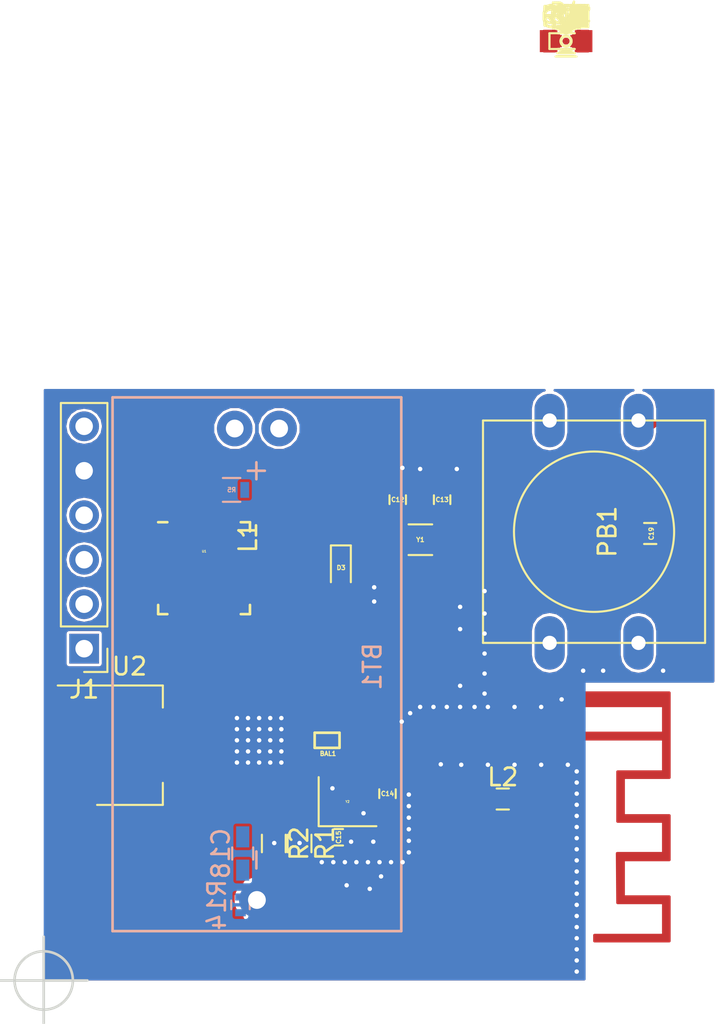
<source format=kicad_pcb>
(kicad_pcb (version 4) (host pcbnew 4.0.5)
  (layers (0 F.Cu signal) (31 B.Cu signal) (34 B.Paste user) (35 F.Paste user) (36 B.SilkS user) (37 F.SilkS user) (38 B.Mask user) (39 F.Mask user) (44 Edge.Cuts user))
  (net 0 "")
  (net 1 GND)
  (net 2 +3V3)
  (net 3 DIO10)
  (net 4 DIO9)
  (net 5 ADC1)
  (net 6 ADC2)
  (net 7 "Net-(C13-Pad2)")
  (net 8 "Net-(C1-Pad1)")
  (net 9 "Net-(C14-Pad2)")
  (net 10 "Net-(C15-Pad2)")
  (net 11 "Net-(L1-Pad1)")
  (net 12 "Net-(BT1-Pad1)")
  (net 13 "Net-(U1-Pad3)")
  (net 14 "Net-(U1-Pad5)")
  (net 15 "Net-(U1-Pad7)")
  (net 16 "Net-(U1-Pad8)")
  (net 17 "Net-(U1-Pad10)")
  (net 18 "Net-(U1-Pad11)")
  (net 19 "Net-(U1-Pad12)")
  (net 20 "Net-(U1-Pad13)")
  (net 21 "Net-(U1-Pad29)")
  (net 22 "Net-(U1-Pad32)")
  (net 23 "Net-(BAL1-Pad3)")
  (net 24 "Net-(C10-Pad1)")
  (net 25 "Net-(C12-Pad2)")
  (net 26 "Net-(D1-Pad2)")
  (net 27 "Net-(D2-Pad1)")
  (net 28 DIO7)
  (net 29 "Net-(R9-Pad2)")
  (net 30 "Net-(R10-Pad2)")
  (net 31 "Net-(R11-Pad2)")
  (net 32 "Net-(R12-Pad1)")
  (net 33 /RF0)
  (net 34 /RF1)
  (net 35 /DIO12_BUTTON)
  (net 36 "Net-(C20-Pad2)")
  (net 37 /DIO3_LED)
  (net 38 "Net-(R6-Pad2)")
  (net 39 "Net-(R7-Pad1)")
  (net 40 "Net-(R8-Pad1)")
  (net 41 "Net-(R13-Pad2)")
  (net 42 "Net-(R16-Pad2)")
  (net 43 "Net-(U1-Pad14)")
  (module TO_SOT_Packages_SMD:SOT-223 (layer F.Cu) (at 114.2492 104.5464)
    (fp_text reference U2 (at 0 -4.5) (layer F.SilkS))
    (fp_text value TLV1117LV-3V)
    (pad 4 smd rect (at 3.15 0) (size 2 3.8) (layers F.Cu F.Paste F.Mask))
    (pad 2 smd rect (at -3.15 0) (size 2 1.5) (layers F.Cu F.Paste F.Mask) (net 1 GND))
    (pad 3 smd rect (at -3.15 2.3) (size 2 1.5) (layers F.Cu F.Paste F.Mask) (net 2 +3V3))
    (pad 1 smd rect (at -3.15 -2.3) (size 2 1.5) (layers F.Cu F.Paste F.Mask) (net 36 "Net-(C20-Pad2)"))
  )
  (module Batteries:CoinCell_holder_1060x630 (layer B.Cu) (at 121.539 99.9236 270)
    (fp_text reference BT1 (at 0.127 -6.604 270) (layer B.SilkS) (effects (justify mirror)))
    (fp_text value Battery_Cell)
    (fp_text user - (at 11.176 0.127 270) (layer B.SilkS) (effects (font (size 1.27 1.27)) (justify mirror)))
    (fp_text user + (at -11.049 0.127 270) (layer B.SilkS) (effects (font (size 1.27 1.27)) (justify mirror)))
    (pad 1 thru_hole circle (at -13.462 -1.27 270) (size 2.032 2.032) (drill 1.016) (layers *.Cu *.Mask) (net 12 "Net-(BT1-Pad1)"))
    (pad 2 thru_hole circle (at -13.462 1.27 270) (size 2.032 2.032) (drill 1.016) (layers *.Cu *.Mask) (net 12 "Net-(BT1-Pad1)"))
    (pad 3 thru_hole circle (at 13.462 0 270) (size 2.032 2.032) (drill 1.016) (layers *.Cu *.Mask) (net 1 GND))
  )
  (module Capacitors_SMD:C_0603_HandSoldering (layer B.Cu) (at 120.7262 110.7313 270)
    (fp_text reference C18 (at 0 1.25 270) (layer B.SilkS) (effects (justify mirror)))
    (fp_text value 1uF)
    (pad 1 smd rect (at -0.95 0 270) (size 1.2 0.75) (layers B.Cu B.Paste B.Mask) (net 2 +3V3))
    (pad 2 smd rect (at 0.95 0 270) (size 1.2 0.75) (layers B.Cu B.Paste B.Mask) (net 35 /DIO12_BUTTON))
  )
  (module STBNRG1 (layer F.Cu) (at 118.5164 94.4372)
    (fp_text reference U1 (at 0.00508 -0.9652) (layer F.SilkS) (effects (font (size 0.127 0.127) (thickness 0.03175))))
    (fp_text value STBlueNRG-1)
    (pad 1 smd rect (at -2.4638 -1.75) (size 0.8255 0.254) (layers F.Cu F.Paste F.Mask) (net 3 DIO10))
    (pad 2 smd rect (at -2.4638 -1.25) (size 0.8255 0.254) (layers F.Cu F.Paste F.Mask) (net 4 DIO9))
    (pad 3 smd rect (at -2.4638 -0.75) (size 0.8255 0.254) (layers F.Cu F.Paste F.Mask) (net 13 "Net-(U1-Pad3)"))
    (pad 4 smd rect (at -2.4638 -0.25) (size 0.8255 0.254) (layers F.Cu F.Paste F.Mask) (net 28 DIO7))
    (pad 5 smd rect (at -2.4638 0.25) (size 0.8255 0.254) (layers F.Cu F.Paste F.Mask) (net 14 "Net-(U1-Pad5)"))
    (pad 6 smd rect (at -2.4638 0.75) (size 0.8255 0.254) (layers F.Cu F.Paste F.Mask) (net 2 +3V3))
    (pad 7 smd rect (at -2.4638 1.25) (size 0.8255 0.254) (layers F.Cu F.Paste F.Mask) (net 15 "Net-(U1-Pad7)"))
    (pad 8 smd rect (at -2.4638 1.75) (size 0.8255 0.254) (layers F.Cu F.Paste F.Mask) (net 16 "Net-(U1-Pad8)"))
    (pad 9 smd rect (at -1.75 2.4638 90) (size 0.8255 0.254) (layers F.Cu F.Paste F.Mask) (net 37 /DIO3_LED))
    (pad 10 smd rect (at -1.25 2.4638 90) (size 0.8255 0.254) (layers F.Cu F.Paste F.Mask) (net 17 "Net-(U1-Pad10)"))
    (pad 11 smd rect (at -0.75 2.4638 90) (size 0.8255 0.254) (layers F.Cu F.Paste F.Mask) (net 18 "Net-(U1-Pad11)"))
    (pad 12 smd rect (at -0.25 2.4638 90) (size 0.8255 0.254) (layers F.Cu F.Paste F.Mask) (net 19 "Net-(U1-Pad12)"))
    (pad 13 smd rect (at 0.25 2.4638 90) (size 0.8255 0.254) (layers F.Cu F.Paste F.Mask) (net 20 "Net-(U1-Pad13)"))
    (pad 14 smd rect (at 0.75 2.4638 90) (size 0.8255 0.254) (layers F.Cu F.Paste F.Mask) (net 43 "Net-(U1-Pad14)"))
    (pad 15 smd rect (at 1.25 2.4638 90) (size 0.8255 0.254) (layers F.Cu F.Paste F.Mask) (net 5 ADC1))
    (pad 16 smd rect (at 1.75 2.4638 90) (size 0.8255 0.254) (layers F.Cu F.Paste F.Mask) (net 6 ADC2))
    (pad 17 smd rect (at 2.4638 1.75) (size 0.8255 0.254) (layers F.Cu F.Paste F.Mask) (net 10 "Net-(C15-Pad2)"))
    (pad 18 smd rect (at 2.4638 1.25) (size 0.8255 0.254) (layers F.Cu F.Paste F.Mask) (net 9 "Net-(C14-Pad2)"))
    (pad 19 smd rect (at 2.4638 0.75) (size 0.8255 0.254) (layers F.Cu F.Paste F.Mask) (net 2 +3V3))
    (pad 20 smd rect (at 2.4638 0.25) (size 0.8255 0.254) (layers F.Cu F.Paste F.Mask) (net 34 /RF1))
    (pad 21 smd rect (at 2.4638 -0.25) (size 0.8255 0.254) (layers F.Cu F.Paste F.Mask) (net 33 /RF0))
    (pad 22 smd rect (at 2.4638 -0.75) (size 0.8255 0.254) (layers F.Cu F.Paste F.Mask) (net 7 "Net-(C13-Pad2)"))
    (pad 23 smd rect (at 2.4638 -1.25) (size 0.8255 0.254) (layers F.Cu F.Paste F.Mask) (net 25 "Net-(C12-Pad2)"))
    (pad 24 smd rect (at 2.4638 -1.75) (size 0.8255 0.254) (layers F.Cu F.Paste F.Mask) (net 2 +3V3))
    (pad 25 smd rect (at 1.75 -2.4638 90) (size 0.8255 0.254) (layers F.Cu F.Paste F.Mask) (net 41 "Net-(R13-Pad2)"))
    (pad 26 smd rect (at 1.25 -2.4638 90) (size 0.8255 0.254) (layers F.Cu F.Paste F.Mask) (net 11 "Net-(L1-Pad1)"))
    (pad 27 smd rect (at 0.75 -2.4638 90) (size 0.8255 0.254) (layers F.Cu F.Paste F.Mask) (net 24 "Net-(C10-Pad1)"))
    (pad 28 smd rect (at 0.25 -2.4638 90) (size 0.8255 0.254) (layers F.Cu F.Paste F.Mask) (net 8 "Net-(C1-Pad1)"))
    (pad 29 smd rect (at -0.25 -2.4638 90) (size 0.8255 0.254) (layers F.Cu F.Paste F.Mask) (net 21 "Net-(U1-Pad29)"))
    (pad 30 smd rect (at -0.75 -2.4638 90) (size 0.8255 0.254) (layers F.Cu F.Paste F.Mask) (net 35 /DIO12_BUTTON))
    (pad 31 smd rect (at -1.27 -2.4638 90) (size 0.8255 0.254) (layers F.Cu F.Paste F.Mask) (net 1 GND))
    (pad 32 smd rect (at -1.75 -2.4638 90) (size 0.8255 0.254) (layers F.Cu F.Paste F.Mask) (net 22 "Net-(U1-Pad32)"))
    (pad 33 smd rect (at 0.8625 0.8625) (size 1.725 1.725) (layers F.Cu F.Paste F.Mask) (net 1 GND))
    (pad 33 smd rect (at 0.8625 -0.8625) (size 1.725 1.725) (layers F.Cu F.Paste F.Mask) (net 1 GND))
    (pad 33 smd rect (at -0.8625 0.8625) (size 1.725 1.725) (layers F.Cu F.Paste F.Mask) (net 1 GND))
    (pad 33 smd rect (at -0.8625 -0.8625) (size 1.725 1.725) (layers F.Cu F.Paste F.Mask) (net 1 GND))
  )
  (module Miscellaneous:Via_Stitch_Dia0.356mm_Drill0.254mm (layer F.Cu) (at 132.0546 105.6386)
    (fp_text reference REF** hide)
    (fp_text value Via_Stitch_Dia0.356mm_Drill0.254mm)
    (pad 1 thru_hole circle (at 0 0) (size 0.356 0.356) (drill 0.254) (layers *.Cu) (net 1 GND))
  )
  (module Miscellaneous:Via_Stitch_Dia0.356mm_Drill0.254mm (layer B.Cu) (at 130.2258 108.0262)
    (fp_text reference REF** hide)
    (fp_text value Via_Stitch_Dia0.356mm_Drill0.254mm)
    (pad 1 thru_hole circle (at 0 0) (size 0.356 0.356) (drill 0.254) (layers *.Cu) (net 1 GND))
  )
  (module Miscellaneous:Via_Stitch_Dia0.356mm_Drill0.254mm (layer B.Cu) (at 130.2258 107.3658 90)
    (fp_text reference REF** hide)
    (fp_text value Via_Stitch_Dia0.356mm_Drill0.254mm)
    (pad 1 thru_hole circle (at 0 0 90) (size 0.356 0.356) (drill 0.254) (layers *.Cu) (net 1 GND))
  )
  (module Miscellaneous:Via_Stitch_Dia0.356mm_Drill0.254mm (layer B.Cu) (at 130.2258 108.6866)
    (fp_text reference REF** hide)
    (fp_text value Via_Stitch_Dia0.356mm_Drill0.254mm)
    (pad 1 thru_hole circle (at 0 0) (size 0.356 0.356) (drill 0.254) (layers *.Cu) (net 1 GND))
  )
  (module Miscellaneous:Via_Stitch_Dia0.356mm_Drill0.254mm (layer B.Cu) (at 139.827 112.395 90)
    (fp_text reference REF** hide)
    (fp_text value Via_Stitch_Dia0.356mm_Drill0.254mm)
    (pad 1 thru_hole circle (at 0 0 90) (size 0.356 0.356) (drill 0.254) (layers *.Cu) (net 1 GND))
  )
  (module Miscellaneous:Via_Stitch_Dia0.356mm_Drill0.254mm (layer B.Cu) (at 139.827 109.855 90)
    (fp_text reference REF** hide)
    (fp_text value Via_Stitch_Dia0.356mm_Drill0.254mm)
    (pad 1 thru_hole circle (at 0 0 90) (size 0.356 0.356) (drill 0.254) (layers *.Cu) (net 1 GND))
  )
  (module Miscellaneous:Via_Stitch_Dia0.356mm_Drill0.254mm (layer B.Cu) (at 139.827 106.68 90)
    (fp_text reference REF** hide)
    (fp_text value Via_Stitch_Dia0.356mm_Drill0.254mm)
    (pad 1 thru_hole circle (at 0 0 90) (size 0.356 0.356) (drill 0.254) (layers *.Cu) (net 1 GND))
  )
  (module Miscellaneous:Via_Stitch_Dia0.356mm_Drill0.254mm (layer B.Cu) (at 139.827 106.045 90)
    (fp_text reference REF** hide)
    (fp_text value Via_Stitch_Dia0.356mm_Drill0.254mm)
    (pad 1 thru_hole circle (at 0 0 90) (size 0.356 0.356) (drill 0.254) (layers *.Cu) (net 1 GND))
  )
  (module Miscellaneous:Via_Stitch_Dia0.356mm_Drill0.254mm (layer B.Cu) (at 139.827 109.22 90)
    (fp_text reference REF** hide)
    (fp_text value Via_Stitch_Dia0.356mm_Drill0.254mm)
    (pad 1 thru_hole circle (at 0 0 90) (size 0.356 0.356) (drill 0.254) (layers *.Cu) (net 1 GND))
  )
  (module Miscellaneous:Via_Stitch_Dia0.356mm_Drill0.254mm (layer B.Cu) (at 139.827 111.125 90)
    (fp_text reference REF** hide)
    (fp_text value Via_Stitch_Dia0.356mm_Drill0.254mm)
    (pad 1 thru_hole circle (at 0 0 90) (size 0.356 0.356) (drill 0.254) (layers *.Cu) (net 1 GND))
  )
  (module Miscellaneous:Via_Stitch_Dia0.356mm_Drill0.254mm (layer B.Cu) (at 139.827 111.76 90)
    (fp_text reference REF** hide)
    (fp_text value Via_Stitch_Dia0.356mm_Drill0.254mm)
    (pad 1 thru_hole circle (at 0 0 90) (size 0.356 0.356) (drill 0.254) (layers *.Cu) (net 1 GND))
  )
  (module Miscellaneous:Via_Stitch_Dia0.356mm_Drill0.254mm (layer B.Cu) (at 139.827 108.585 90)
    (fp_text reference REF** hide)
    (fp_text value Via_Stitch_Dia0.356mm_Drill0.254mm)
    (pad 1 thru_hole circle (at 0 0 90) (size 0.356 0.356) (drill 0.254) (layers *.Cu) (net 1 GND))
  )
  (module Miscellaneous:Via_Stitch_Dia0.356mm_Drill0.254mm (layer B.Cu) (at 139.827 107.315 90)
    (fp_text reference REF** hide)
    (fp_text value Via_Stitch_Dia0.356mm_Drill0.254mm)
    (pad 1 thru_hole circle (at 0 0 90) (size 0.356 0.356) (drill 0.254) (layers *.Cu) (net 1 GND))
  )
  (module Miscellaneous:Via_Stitch_Dia0.356mm_Drill0.254mm (layer B.Cu) (at 139.827 107.95 90)
    (fp_text reference REF** hide)
    (fp_text value Via_Stitch_Dia0.356mm_Drill0.254mm)
    (pad 1 thru_hole circle (at 0 0 90) (size 0.356 0.356) (drill 0.254) (layers *.Cu) (net 1 GND))
  )
  (module Miscellaneous:Via_Stitch_Dia0.356mm_Drill0.254mm (layer B.Cu) (at 139.827 110.49 90)
    (fp_text reference REF** hide)
    (fp_text value Via_Stitch_Dia0.356mm_Drill0.254mm)
    (pad 1 thru_hole circle (at 0 0 90) (size 0.356 0.356) (drill 0.254) (layers *.Cu) (net 1 GND))
  )
  (module Miscellaneous:Via_Stitch_Dia0.356mm_Drill0.254mm (layer B.Cu) (at 130.2258 110.6678 90)
    (fp_text reference REF** hide)
    (fp_text value Via_Stitch_Dia0.356mm_Drill0.254mm)
    (pad 1 thru_hole circle (at 0 0 90) (size 0.356 0.356) (drill 0.254) (layers *.Cu) (net 1 GND))
  )
  (module Miscellaneous:Via_Stitch_Dia0.356mm_Drill0.254mm (layer B.Cu) (at 139.827 113.665 90)
    (fp_text reference REF** hide)
    (fp_text value Via_Stitch_Dia0.356mm_Drill0.254mm)
    (pad 1 thru_hole circle (at 0 0 90) (size 0.356 0.356) (drill 0.254) (layers *.Cu) (net 1 GND))
  )
  (module Miscellaneous:Via_Stitch_Dia0.356mm_Drill0.254mm (layer B.Cu) (at 125.9078 111.2266 90)
    (fp_text reference REF** hide)
    (fp_text value Via_Stitch_Dia0.356mm_Drill0.254mm)
    (pad 1 thru_hole circle (at 0 0 90) (size 0.356 0.356) (drill 0.254) (layers *.Cu) (net 1 GND))
  )
  (module Miscellaneous:Via_Stitch_Dia0.356mm_Drill0.254mm (layer B.Cu) (at 139.827 113.03 90)
    (fp_text reference REF** hide)
    (fp_text value Via_Stitch_Dia0.356mm_Drill0.254mm)
    (pad 1 thru_hole circle (at 0 0 90) (size 0.356 0.356) (drill 0.254) (layers *.Cu) (net 1 GND))
  )
  (module Miscellaneous:Via_Stitch_Dia0.356mm_Drill0.254mm (layer B.Cu) (at 127.889 111.2266 90)
    (fp_text reference REF** hide)
    (fp_text value Via_Stitch_Dia0.356mm_Drill0.254mm)
    (pad 1 thru_hole circle (at 0 0 90) (size 0.356 0.356) (drill 0.254) (layers *.Cu) (net 1 GND))
  )
  (module Miscellaneous:Via_Stitch_Dia0.356mm_Drill0.254mm (layer B.Cu) (at 130.302 102.7176 90)
    (fp_text reference REF** hide)
    (fp_text value Via_Stitch_Dia0.356mm_Drill0.254mm)
    (pad 1 thru_hole circle (at 0 0 90) (size 0.356 0.356) (drill 0.254) (layers *.Cu) (net 1 GND))
  )
  (module Miscellaneous:Via_Stitch_Dia0.356mm_Drill0.254mm (layer B.Cu) (at 128.2446 95.5294 90)
    (fp_text reference REF** hide)
    (fp_text value Via_Stitch_Dia0.356mm_Drill0.254mm)
    (pad 1 thru_hole circle (at 0 0 90) (size 0.356 0.356) (drill 0.254) (layers *.Cu) (net 1 GND))
  )
  (module Miscellaneous:Via_Stitch_Dia0.356mm_Drill0.254mm (layer B.Cu) (at 128.5494 111.2266 90)
    (fp_text reference REF** hide)
    (fp_text value Via_Stitch_Dia0.356mm_Drill0.254mm)
    (pad 1 thru_hole circle (at 0 0 90) (size 0.356 0.356) (drill 0.254) (layers *.Cu) (net 1 GND))
  )
  (module Miscellaneous:Via_Stitch_Dia0.356mm_Drill0.254mm (layer B.Cu) (at 126.5682 111.2266 90)
    (fp_text reference REF** hide)
    (fp_text value Via_Stitch_Dia0.356mm_Drill0.254mm)
    (pad 1 thru_hole circle (at 0 0 90) (size 0.356 0.356) (drill 0.254) (layers *.Cu) (net 1 GND))
  )
  (module Miscellaneous:Via_Stitch_Dia0.356mm_Drill0.254mm (layer B.Cu) (at 127.2286 111.2266 90)
    (fp_text reference REF** hide)
    (fp_text value Via_Stitch_Dia0.356mm_Drill0.254mm)
    (pad 1 thru_hole circle (at 0 0 90) (size 0.356 0.356) (drill 0.254) (layers *.Cu) (net 1 GND))
  )
  (module Miscellaneous:Via_Stitch_Dia0.356mm_Drill0.254mm (layer B.Cu) (at 129.2098 111.2266 90)
    (fp_text reference REF** hide)
    (fp_text value Via_Stitch_Dia0.356mm_Drill0.254mm)
    (pad 1 thru_hole circle (at 0 0 90) (size 0.356 0.356) (drill 0.254) (layers *.Cu) (net 1 GND))
  )
  (module Miscellaneous:Via_Stitch_Dia0.356mm_Drill0.254mm (layer B.Cu) (at 130.2258 109.347 90)
    (fp_text reference REF** hide)
    (fp_text value Via_Stitch_Dia0.356mm_Drill0.254mm)
    (pad 1 thru_hole circle (at 0 0 90) (size 0.356 0.356) (drill 0.254) (layers *.Cu) (net 1 GND))
  )
  (module Miscellaneous:Via_Stitch_Dia0.356mm_Drill0.254mm (layer F.Cu) (at 125.2474 111.2266 270)
    (fp_text reference REF** hide)
    (fp_text value Via_Stitch_Dia0.356mm_Drill0.254mm)
    (pad 1 thru_hole circle (at 0 0 270) (size 0.356 0.356) (drill 0.254) (layers *.Cu) (net 1 GND))
  )
  (module Miscellaneous:Via_Stitch_Dia0.356mm_Drill0.254mm (layer B.Cu) (at 139.827 114.3 90)
    (fp_text reference REF** hide)
    (fp_text value Via_Stitch_Dia0.356mm_Drill0.254mm)
    (pad 1 thru_hole circle (at 0 0 90) (size 0.356 0.356) (drill 0.254) (layers *.Cu) (net 1 GND))
  )
  (module Miscellaneous:Via_Stitch_Dia0.356mm_Drill0.254mm (layer B.Cu) (at 139.827 114.935 90)
    (fp_text reference REF** hide)
    (fp_text value Via_Stitch_Dia0.356mm_Drill0.254mm)
    (pad 1 thru_hole circle (at 0 0 90) (size 0.356 0.356) (drill 0.254) (layers *.Cu) (net 1 GND))
  )
  (module Miscellaneous:Via_Stitch_Dia0.356mm_Drill0.254mm (layer B.Cu) (at 123.9774 110.1344 90)
    (fp_text reference REF** hide)
    (fp_text value Via_Stitch_Dia0.356mm_Drill0.254mm)
    (pad 1 thru_hole circle (at 0 0 90) (size 0.356 0.356) (drill 0.254) (layers *.Cu) (net 1 GND))
  )
  (module Miscellaneous:Via_Stitch_Dia0.356mm_Drill0.254mm (layer B.Cu) (at 139.827 116.205 90)
    (fp_text reference REF** hide)
    (fp_text value Via_Stitch_Dia0.356mm_Drill0.254mm)
    (pad 1 thru_hole circle (at 0 0 90) (size 0.356 0.356) (drill 0.254) (layers *.Cu) (net 1 GND))
  )
  (module Miscellaneous:Via_Stitch_Dia0.356mm_Drill0.254mm (layer B.Cu) (at 139.827 116.84 90)
    (fp_text reference REF** hide)
    (fp_text value Via_Stitch_Dia0.356mm_Drill0.254mm)
    (pad 1 thru_hole circle (at 0 0 90) (size 0.356 0.356) (drill 0.254) (layers *.Cu) (net 1 GND))
  )
  (module Miscellaneous:Via_Stitch_Dia0.356mm_Drill0.254mm (layer B.Cu) (at 129.8702 111.2266 90)
    (fp_text reference REF** hide)
    (fp_text value Via_Stitch_Dia0.356mm_Drill0.254mm)
    (pad 1 thru_hole circle (at 0 0 90) (size 0.356 0.356) (drill 0.254) (layers *.Cu) (net 1 GND))
  )
  (module Miscellaneous:Via_Stitch_Dia0.356mm_Drill0.254mm (layer B.Cu) (at 139.319 105.664)
    (fp_text reference REF** hide)
    (fp_text value Via_Stitch_Dia0.356mm_Drill0.254mm)
    (pad 1 thru_hole circle (at 0 0) (size 0.356 0.356) (drill 0.254) (layers *.Cu) (net 1 GND))
  )
  (module Miscellaneous:Via_Stitch_Dia0.356mm_Drill0.254mm (layer B.Cu) (at 137.795 102.362)
    (fp_text reference REF** hide)
    (fp_text value Via_Stitch_Dia0.356mm_Drill0.254mm)
    (pad 1 thru_hole circle (at 0 0) (size 0.356 0.356) (drill 0.254) (layers *.Cu) (net 1 GND))
  )
  (module Miscellaneous:Via_Stitch_Dia0.356mm_Drill0.254mm (layer B.Cu) (at 136.271 102.362)
    (fp_text reference REF** hide)
    (fp_text value Via_Stitch_Dia0.356mm_Drill0.254mm)
    (pad 1 thru_hole circle (at 0 0) (size 0.356 0.356) (drill 0.254) (layers *.Cu) (net 1 GND))
  )
  (module Miscellaneous:Via_Stitch_Dia0.356mm_Drill0.254mm (layer B.Cu) (at 134.747 102.362)
    (fp_text reference REF** hide)
    (fp_text value Via_Stitch_Dia0.356mm_Drill0.254mm)
    (pad 1 thru_hole circle (at 0 0) (size 0.356 0.356) (drill 0.254) (layers *.Cu) (net 1 GND))
  )
  (module Miscellaneous:Via_Stitch_Dia0.356mm_Drill0.254mm (layer B.Cu) (at 133.985 102.362)
    (fp_text reference REF** hide)
    (fp_text value Via_Stitch_Dia0.356mm_Drill0.254mm)
    (pad 1 thru_hole circle (at 0 0) (size 0.356 0.356) (drill 0.254) (layers *.Cu) (net 1 GND))
  )
  (module Miscellaneous:Via_Stitch_Dia0.356mm_Drill0.254mm (layer B.Cu) (at 133.1595 102.362)
    (fp_text reference REF** hide)
    (fp_text value Via_Stitch_Dia0.356mm_Drill0.254mm)
    (pad 1 thru_hole circle (at 0 0) (size 0.356 0.356) (drill 0.254) (layers *.Cu) (net 1 GND))
  )
  (module Miscellaneous:Via_Stitch_Dia0.356mm_Drill0.254mm (layer B.Cu) (at 132.3975 102.362)
    (fp_text reference REF** hide)
    (fp_text value Via_Stitch_Dia0.356mm_Drill0.254mm)
    (pad 1 thru_hole circle (at 0 0) (size 0.356 0.356) (drill 0.254) (layers *.Cu) (net 1 GND))
  )
  (module Miscellaneous:Via_Stitch_Dia0.356mm_Drill0.254mm (layer B.Cu) (at 133.1595 101.1555)
    (fp_text reference REF** hide)
    (fp_text value Via_Stitch_Dia0.356mm_Drill0.254mm)
    (pad 1 thru_hole circle (at 0 0) (size 0.356 0.356) (drill 0.254) (layers *.Cu) (net 1 GND))
  )
  (module Miscellaneous:Via_Stitch_Dia0.356mm_Drill0.254mm (layer B.Cu) (at 133.1595 97.917)
    (fp_text reference REF** hide)
    (fp_text value Via_Stitch_Dia0.356mm_Drill0.254mm)
    (pad 1 thru_hole circle (at 0 0) (size 0.356 0.356) (drill 0.254) (layers *.Cu) (net 1 GND))
  )
  (module Miscellaneous:Via_Stitch_Dia0.356mm_Drill0.254mm (layer B.Cu) (at 133.1595 96.647)
    (fp_text reference REF** hide)
    (fp_text value Via_Stitch_Dia0.356mm_Drill0.254mm)
    (pad 1 thru_hole circle (at 0 0) (size 0.356 0.356) (drill 0.254) (layers *.Cu) (net 1 GND))
  )
  (module Miscellaneous:Via_Stitch_Dia0.356mm_Drill0.254mm (layer B.Cu) (at 132.969 88.773)
    (fp_text reference REF** hide)
    (fp_text value Via_Stitch_Dia0.356mm_Drill0.254mm)
    (pad 1 thru_hole circle (at 0 0) (size 0.356 0.356) (drill 0.254) (layers *.Cu) (net 1 GND))
  )
  (module Miscellaneous:Via_Stitch_Dia0.356mm_Drill0.254mm (layer B.Cu) (at 129.8575 88.7095)
    (fp_text reference REF** hide)
    (fp_text value Via_Stitch_Dia0.356mm_Drill0.254mm)
    (pad 1 thru_hole circle (at 0 0) (size 0.356 0.356) (drill 0.254) (layers *.Cu) (net 1 GND))
  )
  (module Miscellaneous:Via_Stitch_Dia0.356mm_Drill0.254mm (layer F.Cu) (at 144.7673 100.2919)
    (fp_text reference REF** hide)
    (fp_text value Via_Stitch_Dia0.356mm_Drill0.254mm)
    (pad 1 thru_hole circle (at 0 0) (size 0.356 0.356) (drill 0.254) (layers *.Cu) (net 1 GND))
  )
  (module Miscellaneous:Via_Stitch_Dia0.356mm_Drill0.254mm (layer F.Cu) (at 129.8194 103.2002)
    (fp_text reference REF** hide)
    (fp_text value Via_Stitch_Dia0.356mm_Drill0.254mm)
    (pad 1 thru_hole circle (at 0 0) (size 0.356 0.356) (drill 0.254) (layers *.Cu) (net 1 GND))
  )
  (module Miscellaneous:Via_Stitch_Dia0.356mm_Drill0.254mm (layer F.Cu) (at 141.3383 100.2919)
    (fp_text reference REF** hide)
    (fp_text value Via_Stitch_Dia0.356mm_Drill0.254mm)
    (pad 1 thru_hole circle (at 0 0) (size 0.356 0.356) (drill 0.254) (layers *.Cu) (net 1 GND))
  )
  (module Miscellaneous:Via_Stitch_Dia0.356mm_Drill0.254mm (layer F.Cu) (at 133.223 105.664)
    (fp_text reference REF** hide)
    (fp_text value Via_Stitch_Dia0.356mm_Drill0.254mm)
    (pad 1 thru_hole circle (at 0 0) (size 0.356 0.356) (drill 0.254) (layers *.Cu) (net 1 GND))
  )
  (module Miscellaneous:Via_Stitch_Dia0.356mm_Drill0.254mm (layer F.Cu) (at 137.795 105.664)
    (fp_text reference REF** hide)
    (fp_text value Via_Stitch_Dia0.356mm_Drill0.254mm)
    (pad 1 thru_hole circle (at 0 0) (size 0.356 0.356) (drill 0.254) (layers *.Cu) (net 1 GND))
  )
  (module Miscellaneous:Via_Stitch_Dia0.356mm_Drill0.254mm (layer F.Cu) (at 136.271 105.664)
    (fp_text reference REF** hide)
    (fp_text value Via_Stitch_Dia0.356mm_Drill0.254mm)
    (pad 1 thru_hole circle (at 0 0) (size 0.356 0.356) (drill 0.254) (layers *.Cu) (net 1 GND))
  )
  (module Miscellaneous:Via_Stitch_Dia0.356mm_Drill0.254mm (layer F.Cu) (at 134.747 105.664)
    (fp_text reference REF** hide)
    (fp_text value Via_Stitch_Dia0.356mm_Drill0.254mm)
    (pad 1 thru_hole circle (at 0 0) (size 0.356 0.356) (drill 0.254) (layers *.Cu) (net 1 GND))
  )
  (module Miscellaneous:Via_Stitch_Dia0.356mm_Drill0.254mm (layer F.Cu) (at 122.5296 110.1344)
    (fp_text reference REF** hide)
    (fp_text value Via_Stitch_Dia0.356mm_Drill0.254mm)
    (pad 1 thru_hole circle (at 0 0) (size 0.356 0.356) (drill 0.254) (layers *.Cu) (net 1 GND))
  )
  (module Miscellaneous:Via_Stitch_Dia0.356mm_Drill0.254mm (layer B.Cu) (at 127.635 108.4326)
    (fp_text reference REF** hide)
    (fp_text value Via_Stitch_Dia0.356mm_Drill0.254mm)
    (pad 1 thru_hole circle (at 0 0) (size 0.356 0.356) (drill 0.254) (layers *.Cu) (net 1 GND))
  )
  (module Miscellaneous:Via_Stitch_Dia0.356mm_Drill0.254mm (layer B.Cu) (at 125.857 107.0102)
    (fp_text reference REF** hide)
    (fp_text value Via_Stitch_Dia0.356mm_Drill0.254mm)
    (pad 1 thru_hole circle (at 0 0) (size 0.356 0.356) (drill 0.254) (layers *.Cu) (net 1 GND))
  )
  (module Miscellaneous:Via_Stitch_Dia0.356mm_Drill0.254mm (layer B.Cu) (at 126.6698 112.5474)
    (fp_text reference REF** hide)
    (fp_text value Via_Stitch_Dia0.356mm_Drill0.254mm)
    (pad 1 thru_hole circle (at 0 0) (size 0.356 0.356) (drill 0.254) (layers *.Cu) (net 1 GND))
  )
  (module Miscellaneous:Via_Stitch_Dia0.356mm_Drill0.254mm (layer B.Cu) (at 128.1938 110.0582)
    (fp_text reference REF** hide)
    (fp_text value Via_Stitch_Dia0.356mm_Drill0.254mm)
    (pad 1 thru_hole circle (at 0 0) (size 0.356 0.356) (drill 0.254) (layers *.Cu) (net 1 GND))
  )
  (module Miscellaneous:Via_Stitch_Dia0.356mm_Drill0.254mm (layer B.Cu) (at 127.9906 112.7506)
    (fp_text reference REF** hide)
    (fp_text value Via_Stitch_Dia0.356mm_Drill0.254mm)
    (pad 1 thru_hole circle (at 0 0) (size 0.356 0.356) (drill 0.254) (layers *.Cu) (net 1 GND))
  )
  (module Miscellaneous:Via_Stitch_Dia0.356mm_Drill0.254mm (layer B.Cu) (at 128.6383 112.0394)
    (fp_text reference REF** hide)
    (fp_text value Via_Stitch_Dia0.356mm_Drill0.254mm)
    (pad 1 thru_hole circle (at 0 0) (size 0.356 0.356) (drill 0.254) (layers *.Cu) (net 1 GND))
  )
  (module Miscellaneous:Via_Stitch_Dia0.356mm_Drill0.254mm (layer B.Cu) (at 139.827 115.57 90)
    (fp_text reference REF** hide)
    (fp_text value Via_Stitch_Dia0.356mm_Drill0.254mm)
    (pad 1 thru_hole circle (at 0 0 90) (size 0.356 0.356) (drill 0.254) (layers *.Cu) (net 1 GND))
  )
  (module Miscellaneous:Via_Stitch_Dia0.356mm_Drill0.254mm (layer B.Cu) (at 126.9238 110.0582)
    (fp_text reference REF** hide)
    (fp_text value Via_Stitch_Dia0.356mm_Drill0.254mm)
    (pad 1 thru_hole circle (at 0 0) (size 0.356 0.356) (drill 0.254) (layers *.Cu) (net 1 GND))
  )
  (module Miscellaneous:Via_Stitch_Dia0.356mm_Drill0.254mm (layer B.Cu) (at 139.827 117.475 90)
    (fp_text reference REF** hide)
    (fp_text value Via_Stitch_Dia0.356mm_Drill0.254mm)
    (pad 1 thru_hole circle (at 0 0 90) (size 0.356 0.356) (drill 0.254) (layers *.Cu) (net 1 GND))
  )
  (module Miscellaneous:Via_Stitch_Dia0.356mm_Drill0.254mm (layer B.Cu) (at 130.2258 110.0074)
    (fp_text reference REF** hide)
    (fp_text value Via_Stitch_Dia0.356mm_Drill0.254mm)
    (pad 1 thru_hole circle (at 0 0) (size 0.356 0.356) (drill 0.254) (layers *.Cu) (net 1 GND))
  )
  (module Miscellaneous:Via_Stitch_Dia0.356mm_Drill0.254mm (layer B.Cu) (at 140.1953 100.2919)
    (fp_text reference REF** hide)
    (fp_text value Via_Stitch_Dia0.356mm_Drill0.254mm)
    (pad 1 thru_hole circle (at 0 0) (size 0.356 0.356) (drill 0.254) (layers *.Cu) (net 1 GND))
  )
  (module Miscellaneous:Via_Stitch_Dia0.356mm_Drill0.254mm (layer B.Cu) (at 134.5565 97.028)
    (fp_text reference REF** hide)
    (fp_text value Via_Stitch_Dia0.356mm_Drill0.254mm)
    (pad 1 thru_hole circle (at 0 0) (size 0.356 0.356) (drill 0.254) (layers *.Cu) (net 1 GND))
  )
  (module Miscellaneous:Via_Stitch_Dia0.356mm_Drill0.254mm (layer B.Cu) (at 134.5565 98.171)
    (fp_text reference REF** hide)
    (fp_text value Via_Stitch_Dia0.356mm_Drill0.254mm)
    (pad 1 thru_hole circle (at 0 0) (size 0.356 0.356) (drill 0.254) (layers *.Cu) (net 1 GND))
  )
  (module Miscellaneous:Via_Stitch_Dia0.356mm_Drill0.254mm (layer B.Cu) (at 134.5565 99.314)
    (fp_text reference REF** hide)
    (fp_text value Via_Stitch_Dia0.356mm_Drill0.254mm)
    (pad 1 thru_hole circle (at 0 0) (size 0.356 0.356) (drill 0.254) (layers *.Cu) (net 1 GND))
  )
  (module Miscellaneous:Via_Stitch_Dia0.356mm_Drill0.254mm (layer B.Cu) (at 134.5565 100.457)
    (fp_text reference REF** hide)
    (fp_text value Via_Stitch_Dia0.356mm_Drill0.254mm)
    (pad 1 thru_hole circle (at 0 0) (size 0.356 0.356) (drill 0.254) (layers *.Cu) (net 1 GND))
  )
  (module Miscellaneous:Via_Stitch_Dia0.356mm_Drill0.254mm (layer B.Cu) (at 134.5565 101.6)
    (fp_text reference REF** hide)
    (fp_text value Via_Stitch_Dia0.356mm_Drill0.254mm)
    (pad 1 thru_hole circle (at 0 0) (size 0.356 0.356) (drill 0.254) (layers *.Cu) (net 1 GND))
  )
  (module Miscellaneous:Via_Stitch_Dia0.356mm_Drill0.254mm (layer B.Cu) (at 131.6355 102.362)
    (fp_text reference REF** hide)
    (fp_text value Via_Stitch_Dia0.356mm_Drill0.254mm)
    (pad 1 thru_hole circle (at 0 0) (size 0.356 0.356) (drill 0.254) (layers *.Cu) (net 1 GND))
  )
  (module Miscellaneous:Via_Stitch_Dia0.356mm_Drill0.254mm (layer B.Cu) (at 130.8735 102.362)
    (fp_text reference REF** hide)
    (fp_text value Via_Stitch_Dia0.356mm_Drill0.254mm)
    (pad 1 thru_hole circle (at 0 0) (size 0.356 0.356) (drill 0.254) (layers *.Cu) (net 1 GND))
  )
  (module Miscellaneous:Via_Stitch_Dia0.356mm_Drill0.254mm (layer B.Cu) (at 130.8735 88.773)
    (fp_text reference REF** hide)
    (fp_text value Via_Stitch_Dia0.356mm_Drill0.254mm)
    (pad 1 thru_hole circle (at 0 0) (size 0.356 0.356) (drill 0.254) (layers *.Cu) (net 1 GND))
  )
  (module Miscellaneous:Via_Stitch_Dia0.356mm_Drill0.254mm (layer B.Cu) (at 134.5565 95.7453)
    (fp_text reference REF** hide)
    (fp_text value Via_Stitch_Dia0.356mm_Drill0.254mm)
    (pad 1 thru_hole circle (at 0 0) (size 0.356 0.356) (drill 0.254) (layers *.Cu) (net 1 GND))
  )
  (module Miscellaneous:Via_Stitch_Dia0.356mm_Drill0.254mm (layer B.Cu) (at 138.9634 101.9302)
    (fp_text reference REF** hide)
    (fp_text value Via_Stitch_Dia0.356mm_Drill0.254mm)
    (pad 1 thru_hole circle (at 0 0) (size 0.356 0.356) (drill 0.254) (layers *.Cu) (net 1 GND))
  )
  (module Miscellaneous:Via_Stitch_Dia0.356mm_Drill0.254mm (layer B.Cu) (at 128.2446 96.3422)
    (fp_text reference REF** hide)
    (fp_text value Via_Stitch_Dia0.356mm_Drill0.254mm)
    (pad 1 thru_hole circle (at 0 0) (size 0.356 0.356) (drill 0.254) (layers *.Cu) (net 1 GND))
  )
  (module Miscellaneous:Via_Stitch_Dia0.356mm_Drill0.254mm (layer F.Cu) (at 122.936 105.537)
    (fp_text reference REF** hide)
    (fp_text value Via_Stitch_Dia0.356mm_Drill0.254mm)
    (pad 1 thru_hole circle (at 0 0) (size 0.356 0.356) (drill 0.254) (layers *.Cu) (net 1 GND))
  )
  (module Miscellaneous:Via_Stitch_Dia0.356mm_Drill0.254mm (layer F.Cu) (at 122.301 105.537)
    (fp_text reference REF** hide)
    (fp_text value Via_Stitch_Dia0.356mm_Drill0.254mm)
    (pad 1 thru_hole circle (at 0 0) (size 0.356 0.356) (drill 0.254) (layers *.Cu) (net 1 GND))
  )
  (module Miscellaneous:Via_Stitch_Dia0.356mm_Drill0.254mm (layer F.Cu) (at 121.666 105.537)
    (fp_text reference REF** hide)
    (fp_text value Via_Stitch_Dia0.356mm_Drill0.254mm)
    (pad 1 thru_hole circle (at 0 0) (size 0.356 0.356) (drill 0.254) (layers *.Cu) (net 1 GND))
  )
  (module Miscellaneous:Via_Stitch_Dia0.356mm_Drill0.254mm (layer F.Cu) (at 121.031 105.537)
    (fp_text reference REF** hide)
    (fp_text value Via_Stitch_Dia0.356mm_Drill0.254mm)
    (pad 1 thru_hole circle (at 0 0) (size 0.356 0.356) (drill 0.254) (layers *.Cu) (net 1 GND))
  )
  (module Miscellaneous:Via_Stitch_Dia0.356mm_Drill0.254mm (layer F.Cu) (at 120.396 105.537)
    (fp_text reference REF** hide)
    (fp_text value Via_Stitch_Dia0.356mm_Drill0.254mm)
    (pad 1 thru_hole circle (at 0 0) (size 0.356 0.356) (drill 0.254) (layers *.Cu) (net 1 GND))
  )
  (module Miscellaneous:Via_Stitch_Dia0.356mm_Drill0.254mm (layer F.Cu) (at 120.396 104.902)
    (fp_text reference REF** hide)
    (fp_text value Via_Stitch_Dia0.356mm_Drill0.254mm)
    (pad 1 thru_hole circle (at 0 0) (size 0.356 0.356) (drill 0.254) (layers *.Cu) (net 1 GND))
  )
  (module Miscellaneous:Via_Stitch_Dia0.356mm_Drill0.254mm (layer F.Cu) (at 121.031 104.902)
    (fp_text reference REF** hide)
    (fp_text value Via_Stitch_Dia0.356mm_Drill0.254mm)
    (pad 1 thru_hole circle (at 0 0) (size 0.356 0.356) (drill 0.254) (layers *.Cu) (net 1 GND))
  )
  (module Miscellaneous:Via_Stitch_Dia0.356mm_Drill0.254mm (layer F.Cu) (at 121.666 104.902)
    (fp_text reference REF** hide)
    (fp_text value Via_Stitch_Dia0.356mm_Drill0.254mm)
    (pad 1 thru_hole circle (at 0 0) (size 0.356 0.356) (drill 0.254) (layers *.Cu) (net 1 GND))
  )
  (module Miscellaneous:Via_Stitch_Dia0.356mm_Drill0.254mm (layer F.Cu) (at 122.301 104.902)
    (fp_text reference REF** hide)
    (fp_text value Via_Stitch_Dia0.356mm_Drill0.254mm)
    (pad 1 thru_hole circle (at 0 0) (size 0.356 0.356) (drill 0.254) (layers *.Cu) (net 1 GND))
  )
  (module Miscellaneous:Via_Stitch_Dia0.356mm_Drill0.254mm (layer F.Cu) (at 122.936 104.902)
    (fp_text reference REF** hide)
    (fp_text value Via_Stitch_Dia0.356mm_Drill0.254mm)
    (pad 1 thru_hole circle (at 0 0) (size 0.356 0.356) (drill 0.254) (layers *.Cu) (net 1 GND))
  )
  (module Miscellaneous:Via_Stitch_Dia0.356mm_Drill0.254mm (layer F.Cu) (at 122.936 104.267)
    (fp_text reference REF** hide)
    (fp_text value Via_Stitch_Dia0.356mm_Drill0.254mm)
    (pad 1 thru_hole circle (at 0 0) (size 0.356 0.356) (drill 0.254) (layers *.Cu) (net 1 GND))
  )
  (module Miscellaneous:Via_Stitch_Dia0.356mm_Drill0.254mm (layer F.Cu) (at 122.301 104.267)
    (fp_text reference REF** hide)
    (fp_text value Via_Stitch_Dia0.356mm_Drill0.254mm)
    (pad 1 thru_hole circle (at 0 0) (size 0.356 0.356) (drill 0.254) (layers *.Cu) (net 1 GND))
  )
  (module Miscellaneous:Via_Stitch_Dia0.356mm_Drill0.254mm (layer F.Cu) (at 121.666 104.267)
    (fp_text reference REF** hide)
    (fp_text value Via_Stitch_Dia0.356mm_Drill0.254mm)
    (pad 1 thru_hole circle (at 0 0) (size 0.356 0.356) (drill 0.254) (layers *.Cu) (net 1 GND))
  )
  (module Miscellaneous:Via_Stitch_Dia0.356mm_Drill0.254mm (layer F.Cu) (at 121.031 104.267)
    (fp_text reference REF** hide)
    (fp_text value Via_Stitch_Dia0.356mm_Drill0.254mm)
    (pad 1 thru_hole circle (at 0 0) (size 0.356 0.356) (drill 0.254) (layers *.Cu) (net 1 GND))
  )
  (module Miscellaneous:Via_Stitch_Dia0.356mm_Drill0.254mm (layer F.Cu) (at 120.396 104.267)
    (fp_text reference REF** hide)
    (fp_text value Via_Stitch_Dia0.356mm_Drill0.254mm)
    (pad 1 thru_hole circle (at 0 0) (size 0.356 0.356) (drill 0.254) (layers *.Cu) (net 1 GND))
  )
  (module Miscellaneous:Via_Stitch_Dia0.356mm_Drill0.254mm (layer F.Cu) (at 120.396 103.632)
    (fp_text reference REF** hide)
    (fp_text value Via_Stitch_Dia0.356mm_Drill0.254mm)
    (pad 1 thru_hole circle (at 0 0) (size 0.356 0.356) (drill 0.254) (layers *.Cu) (net 1 GND))
  )
  (module Miscellaneous:Via_Stitch_Dia0.356mm_Drill0.254mm (layer F.Cu) (at 121.031 103.632)
    (fp_text reference REF** hide)
    (fp_text value Via_Stitch_Dia0.356mm_Drill0.254mm)
    (pad 1 thru_hole circle (at 0 0) (size 0.356 0.356) (drill 0.254) (layers *.Cu) (net 1 GND))
  )
  (module Miscellaneous:Via_Stitch_Dia0.356mm_Drill0.254mm (layer F.Cu) (at 121.666 103.632)
    (fp_text reference REF** hide)
    (fp_text value Via_Stitch_Dia0.356mm_Drill0.254mm)
    (pad 1 thru_hole circle (at 0 0) (size 0.356 0.356) (drill 0.254) (layers *.Cu) (net 1 GND))
  )
  (module Miscellaneous:Via_Stitch_Dia0.356mm_Drill0.254mm (layer F.Cu) (at 122.301 103.632)
    (fp_text reference REF** hide)
    (fp_text value Via_Stitch_Dia0.356mm_Drill0.254mm)
    (pad 1 thru_hole circle (at 0 0) (size 0.356 0.356) (drill 0.254) (layers *.Cu) (net 1 GND))
  )
  (module Miscellaneous:Via_Stitch_Dia0.356mm_Drill0.254mm (layer F.Cu) (at 122.936 103.632)
    (fp_text reference REF** hide)
    (fp_text value Via_Stitch_Dia0.356mm_Drill0.254mm)
    (pad 1 thru_hole circle (at 0 0) (size 0.356 0.356) (drill 0.254) (layers *.Cu) (net 1 GND))
  )
  (module Miscellaneous:Via_Stitch_Dia0.356mm_Drill0.254mm (layer F.Cu) (at 122.936 102.997)
    (fp_text reference REF** hide)
    (fp_text value Via_Stitch_Dia0.356mm_Drill0.254mm)
    (pad 1 thru_hole circle (at 0 0) (size 0.356 0.356) (drill 0.254) (layers *.Cu) (net 1 GND))
  )
  (module Miscellaneous:Via_Stitch_Dia0.356mm_Drill0.254mm (layer F.Cu) (at 122.301 102.997)
    (fp_text reference REF** hide)
    (fp_text value Via_Stitch_Dia0.356mm_Drill0.254mm)
    (pad 1 thru_hole circle (at 0 0) (size 0.356 0.356) (drill 0.254) (layers *.Cu) (net 1 GND))
  )
  (module Miscellaneous:Via_Stitch_Dia0.356mm_Drill0.254mm (layer F.Cu) (at 121.666 102.997)
    (fp_text reference REF** hide)
    (fp_text value Via_Stitch_Dia0.356mm_Drill0.254mm)
    (pad 1 thru_hole circle (at 0 0) (size 0.356 0.356) (drill 0.254) (layers *.Cu) (net 1 GND))
  )
  (module Miscellaneous:Via_Stitch_Dia0.356mm_Drill0.254mm (layer F.Cu) (at 121.031 102.997)
    (fp_text reference REF** hide)
    (fp_text value Via_Stitch_Dia0.356mm_Drill0.254mm)
    (pad 1 thru_hole circle (at 0 0) (size 0.356 0.356) (drill 0.254) (layers *.Cu) (net 1 GND))
  )
  (module Crystals:Crystal_SMD_2520-4pin_2.5x2.0mm (layer F.Cu) (at 126.7206 107.7722)
    (fp_text reference Y2 (at -0.00254 -0.00254) (layer F.SilkS) (effects (font (size 0.127 0.127) (thickness 0.03175))))
    (fp_text value "XTAL 32MHz")
    (pad 1 smd rect (at -0.875 0.7) (size 1.15 1) (layers F.Cu F.Paste F.Mask) (net 10 "Net-(C15-Pad2)"))
    (pad 2 smd rect (at 0.875 0.7) (size 1.15 1) (layers F.Cu F.Paste F.Mask) (net 1 GND))
    (pad 3 smd rect (at 0.875 -0.7) (size 1.15 1) (layers F.Cu F.Paste F.Mask) (net 9 "Net-(C14-Pad2)"))
    (pad 4 smd rect (at -0.875 -0.7) (size 1.15 1) (layers F.Cu F.Paste F.Mask) (net 1 GND))
  )
  (module Miscellaneous:Via_Stitch_Dia0.356mm_Drill0.254mm (layer F.Cu) (at 120.396 102.997)
    (fp_text reference REF** hide)
    (fp_text value "")
    (pad 1 thru_hole circle (at 0 0) (size 0.356 0.356) (drill 0.254) (layers *.Cu) (net 1 GND))
  )
  (module Capacitors_SMD:C_0402 (layer F.Cu) (at 132.1308 90.5256 270)
    (fp_text reference C13 (at 0 0 360) (layer F.SilkS) (effects (font (size 0.254 0.254) (thickness 0.0635))))
    (fp_text value 22pF)
    (pad 1 smd rect (at -0.55 0 270) (size 0.6 0.5) (layers F.Cu F.Paste F.Mask) (net 1 GND))
    (pad 2 smd rect (at 0.55 0 270) (size 0.6 0.5) (layers F.Cu F.Paste F.Mask) (net 7 "Net-(C13-Pad2)"))
  )
  (module Capacitors_SMD:C_0402 (layer F.Cu) (at 129.0066 107.315 90)
    (fp_text reference C14 (at 0 0 180) (layer F.SilkS) (effects (font (size 0.254 0.254) (thickness 0.0635))))
    (fp_text value 27pF)
    (pad 1 smd rect (at -0.55 0 90) (size 0.6 0.5) (layers F.Cu F.Paste F.Mask) (net 1 GND))
    (pad 2 smd rect (at 0.55 0 90) (size 0.6 0.5) (layers F.Cu F.Paste F.Mask) (net 9 "Net-(C14-Pad2)"))
  )
  (module Capacitors_SMD:C_0402 (layer F.Cu) (at 126.2126 109.8042 180)
    (fp_text reference C15 (at 0 0 270) (layer F.SilkS) (effects (font (size 0.254 0.254) (thickness 0.0635))))
    (fp_text value 33pF)
    (pad 1 smd rect (at -0.55 0 180) (size 0.6 0.5) (layers F.Cu F.Paste F.Mask) (net 1 GND))
    (pad 2 smd rect (at 0.55 0 180) (size 0.6 0.5) (layers F.Cu F.Paste F.Mask) (net 10 "Net-(C15-Pad2)"))
  )
  (module Crystals:Crystal_SMD_3215-2pin_3.2x1.5mm (layer F.Cu) (at 130.8862 92.8116 180)
    (fp_text reference Y1 (at 0 0 180) (layer F.SilkS) (effects (font (size 0.254 0.254) (thickness 0.0635))))
    (fp_text value "Xtal 32.768kHz")
    (pad 1 smd rect (at 1.25 0 180) (size 1 1.8) (layers F.Cu F.Paste F.Mask) (net 25 "Net-(C12-Pad2)"))
    (pad 2 smd rect (at -1.25 0 180) (size 1 1.8) (layers F.Cu F.Paste F.Mask) (net 7 "Net-(C13-Pad2)"))
  )
  (module Miscellaneous:BNRG1_balun (layer F.Cu) (at 125.5522 104.267)
    (fp_text reference BAL1 (at 0.0508 0.762) (layer F.SilkS) (effects (font (size 0.254 0.254) (thickness 0.0635))))
    (fp_text value STBNR1_balun)
    (pad 1 smd rect (at -0.508 -0.2413) (size 0.3302 0.3302) (layers F.Cu F.Paste F.Mask) (net 33 /RF0))
    (pad 2 smd rect (at -0.508 0.2413) (size 0.3302 0.3302) (layers F.Cu F.Paste F.Mask) (net 34 /RF1))
    (pad 3 smd rect (at 0.508 -0.2413) (size 0.3302 0.3302) (layers F.Cu F.Paste F.Mask) (net 23 "Net-(BAL1-Pad3)"))
    (pad 4 smd rect (at 0.508 0.2413) (size 0.3302 0.3302) (layers F.Cu F.Paste F.Mask) (net 1 GND))
  )
  (module Capacitors_SMD:C_0402 (layer F.Cu) (at 129.5908 90.5256 270)
    (fp_text reference C12 (at 0 0 360) (layer F.SilkS) (effects (font (size 0.254 0.254) (thickness 0.0635))))
    (fp_text value 27pF)
    (pad 1 smd rect (at -0.55 0 270) (size 0.6 0.5) (layers F.Cu F.Paste F.Mask) (net 1 GND))
    (pad 2 smd rect (at 0.55 0 270) (size 0.6 0.5) (layers F.Cu F.Paste F.Mask) (net 25 "Net-(C12-Pad2)"))
  )
  (module Capacitors_SMD:C_0603_HandSoldering (layer F.Cu) (at 144.0307 92.456)
    (fp_text reference C19 (at 0.0635 0.0127 90) (layer F.SilkS) (effects (font (size 0.254 0.254) (thickness 0.0635))))
    (fp_text value 1uF)
    (pad 1 smd rect (at -0.95 0) (size 1.2 0.75) (layers F.Cu F.Paste F.Mask) (net 12 "Net-(BT1-Pad1)"))
    (pad 2 smd rect (at 0.95 0) (size 1.2 0.75) (layers F.Cu F.Paste F.Mask) (net 1 GND))
  )
  (module Resistors_SMD:R_0603 (layer F.Cu) (at 123.9774 110.1598 270)
    (fp_text reference R1 (at 0 -1.45 270) (layer F.SilkS))
    (fp_text value 100k)
    (pad 1 smd rect (at -0.75 0 270) (size 0.5 0.9) (layers F.Cu F.Paste F.Mask) (net 6 ADC2))
    (pad 2 smd rect (at 0.75 0 270) (size 0.5 0.9) (layers F.Cu F.Paste F.Mask) (net 1 GND))
  )
  (module Diodes_SMD:D_0603 (layer F.Cu) (at 126.3396 94.4372 270)
    (fp_text reference D3 (at -0.0254 -0.0127 360) (layer F.SilkS) (effects (font (size 0.254 0.254) (thickness 0.0635))))
    (fp_text value "Power thru Battery")
    (pad 1 smd rect (at -0.85 0 270) (size 0.6 0.8) (layers F.Cu F.Paste F.Mask) (net 2 +3V3))
    (pad 2 smd rect (at 0.85 0 270) (size 0.6 0.8) (layers F.Cu F.Paste F.Mask) (net 12 "Net-(BT1-Pad1)"))
  )
  (module Inductors_NEOSID:Neosid_Inductor_SM-NE29_SMD1008 (layer F.Cu) (at 124.2314 92.4814 90)
    (fp_text reference L1 (at -0.20066 -3.2004 90) (layer F.SilkS))
    (fp_text value 10uH)
    (pad 2 smd rect (at 1.14554 0 90) (size 1.02108 2.54) (layers F.Cu F.Paste F.Mask) (net 24 "Net-(C10-Pad1)"))
    (pad 1 smd rect (at -1.14554 0 90) (size 1.02108 2.54) (layers F.Cu F.Paste F.Mask) (net 11 "Net-(L1-Pad1)"))
  )
  (module Resistors_SMD:R_0603 (layer F.Cu) (at 122.5042 110.1598 270)
    (fp_text reference R2 (at 0 -1.45 270) (layer F.SilkS))
    (fp_text value 100k)
    (pad 1 smd rect (at -0.75 0 270) (size 0.5 0.9) (layers F.Cu F.Paste F.Mask) (net 5 ADC1))
    (pad 2 smd rect (at 0.75 0 270) (size 0.5 0.9) (layers F.Cu F.Paste F.Mask) (net 1 GND))
  )
  (module Resistors_SMD:R_0603 (layer B.Cu) (at 120.0912 89.9668)
    (fp_text reference R5 (at 0 0) (layer B.SilkS) (effects (font (size 0.254 0.254) (thickness 0.0635)) (justify mirror)))
    (fp_text value 100k)
    (pad 1 smd rect (at -0.75 0) (size 0.5 0.9) (layers B.Cu B.Paste B.Mask) (net 1 GND))
    (pad 2 smd rect (at 0.75 0) (size 0.5 0.9) (layers B.Cu B.Paste B.Mask) (net 3 DIO10))
  )
  (module Resistors_SMD:R_0402 (layer B.Cu) (at 120.5992 113.665 270)
    (fp_text reference R14 (at 0 1.35 270) (layer B.SilkS) (effects (justify mirror)))
    (fp_text value 1k)
    (pad 1 smd rect (at -0.45 0 270) (size 0.4 0.6) (layers B.Cu B.Paste B.Mask) (net 35 /DIO12_BUTTON))
    (pad 2 smd rect (at 0.45 0 270) (size 0.4 0.6) (layers B.Cu B.Paste B.Mask) (net 26 "Net-(D1-Pad2)"))
  )
  (module Capacitors_SMD:C_0805 (layer F.Cu) (at 139.2174 64.3382)
    (fp_text reference C1 (at 0 -1.5) (layer F.SilkS))
    (fp_text value 1uF)
    (pad 1 smd rect (at -1 0) (size 1 1.25) (layers F.Cu F.Paste F.Mask) (net 8 "Net-(C1-Pad1)"))
    (pad 2 smd rect (at 1 0) (size 1 1.25) (layers F.Cu F.Paste F.Mask) (net 1 GND))
  )
  (module Capacitors_SMD:C_0603 (layer F.Cu) (at 139.2174 64.3382)
    (fp_text reference C2 (at 0 -1.5) (layer F.SilkS))
    (fp_text value 0.1uF)
    (pad 1 smd rect (at -0.75 0) (size 0.8 0.75) (layers F.Cu F.Paste F.Mask) (net 8 "Net-(C1-Pad1)"))
    (pad 2 smd rect (at 0.75 0) (size 0.8 0.75) (layers F.Cu F.Paste F.Mask) (net 1 GND))
  )
  (module Capacitors_SMD:C_0402 (layer F.Cu) (at 139.2174 64.3382)
    (fp_text reference C3 (at 0 -1.27) (layer F.SilkS))
    (fp_text value 0.01uF)
    (pad 1 smd rect (at -0.55 0) (size 0.6 0.5) (layers F.Cu F.Paste F.Mask) (net 8 "Net-(C1-Pad1)"))
    (pad 2 smd rect (at 0.55 0) (size 0.6 0.5) (layers F.Cu F.Paste F.Mask) (net 1 GND))
  )
  (module Capacitors_SMD:C_0805 (layer F.Cu) (at 139.2174 64.3382)
    (fp_text reference C4 (at 0 -1.5) (layer F.SilkS))
    (fp_text value 0.01uF)
    (pad 1 smd rect (at -1 0) (size 1 1.25) (layers F.Cu F.Paste F.Mask) (net 2 +3V3))
    (pad 2 smd rect (at 1 0) (size 1 1.25) (layers F.Cu F.Paste F.Mask) (net 1 GND))
  )
  (module Capacitors_SMD:C_0603 (layer F.Cu) (at 139.2174 64.3382)
    (fp_text reference C5 (at 0 -1.5) (layer F.SilkS))
    (fp_text value 1000pF)
    (pad 1 smd rect (at -0.75 0) (size 0.8 0.75) (layers F.Cu F.Paste F.Mask) (net 2 +3V3))
    (pad 2 smd rect (at 0.75 0) (size 0.8 0.75) (layers F.Cu F.Paste F.Mask) (net 1 GND))
  )
  (module Capacitors_SMD:C_0402 (layer F.Cu) (at 139.2174 64.3382)
    (fp_text reference C6 (at 0 -1.27) (layer F.SilkS))
    (fp_text value 10pF)
    (pad 1 smd rect (at -0.55 0) (size 0.6 0.5) (layers F.Cu F.Paste F.Mask) (net 2 +3V3))
    (pad 2 smd rect (at 0.55 0) (size 0.6 0.5) (layers F.Cu F.Paste F.Mask) (net 1 GND))
  )
  (module Capacitors_SMD:C_0805 (layer F.Cu) (at 139.2174 64.3382)
    (fp_text reference C7 (at 0 -1.5) (layer F.SilkS))
    (fp_text value 0.01uF)
    (pad 1 smd rect (at -1 0) (size 1 1.25) (layers F.Cu F.Paste F.Mask) (net 1 GND))
    (pad 2 smd rect (at 1 0) (size 1 1.25) (layers F.Cu F.Paste F.Mask) (net 2 +3V3))
  )
  (module Capacitors_SMD:C_0603 (layer F.Cu) (at 139.2174 64.3382)
    (fp_text reference C8 (at 0 -1.5) (layer F.SilkS))
    (fp_text value 1000pF)
    (pad 1 smd rect (at -0.75 0) (size 0.8 0.75) (layers F.Cu F.Paste F.Mask) (net 1 GND))
    (pad 2 smd rect (at 0.75 0) (size 0.8 0.75) (layers F.Cu F.Paste F.Mask) (net 2 +3V3))
  )
  (module Capacitors_SMD:C_0402 (layer F.Cu) (at 139.2174 64.3382)
    (fp_text reference C9 (at 0 -1.27) (layer F.SilkS))
    (fp_text value 10pF)
    (pad 1 smd rect (at -0.55 0) (size 0.6 0.5) (layers F.Cu F.Paste F.Mask) (net 1 GND))
    (pad 2 smd rect (at 0.55 0) (size 0.6 0.5) (layers F.Cu F.Paste F.Mask) (net 2 +3V3))
  )
  (module Capacitors_SMD:C_0402 (layer F.Cu) (at 139.2174 64.3382)
    (fp_text reference C10 (at 0 -1.27) (layer F.SilkS))
    (fp_text value 0.1uF)
    (pad 1 smd rect (at -0.55 0) (size 0.6 0.5) (layers F.Cu F.Paste F.Mask) (net 24 "Net-(C10-Pad1)"))
    (pad 2 smd rect (at 0.55 0) (size 0.6 0.5) (layers F.Cu F.Paste F.Mask) (net 1 GND))
  )
  (module Capacitors_SMD:C_0402 (layer F.Cu) (at 139.2174 64.3382)
    (fp_text reference C11 (at 0 -1.27) (layer F.SilkS))
    (fp_text value 100pF)
    (pad 1 smd rect (at -0.55 0) (size 0.6 0.5) (layers F.Cu F.Paste F.Mask) (net 1 GND))
    (pad 2 smd rect (at 0.55 0) (size 0.6 0.5) (layers F.Cu F.Paste F.Mask) (net 24 "Net-(C10-Pad1)"))
  )
  (module Capacitors_SMD:C_0402 (layer F.Cu) (at 139.2174 64.3382)
    (fp_text reference C16 (at 0 -1.27) (layer F.SilkS))
    (fp_text value TBD)
    (pad 1 smd rect (at -0.55 0) (size 0.6 0.5) (layers F.Cu F.Paste F.Mask) (net 23 "Net-(BAL1-Pad3)"))
    (pad 2 smd rect (at 0.55 0) (size 0.6 0.5) (layers F.Cu F.Paste F.Mask) (net 1 GND))
  )
  (module Capacitors_SMD:C_0402 (layer F.Cu) (at 139.2174 64.3382)
    (fp_text reference C17 (at 0 -1.27) (layer F.SilkS))
    (fp_text value TBD)
    (pad 1 smd rect (at -0.55 0) (size 0.6 0.5) (layers F.Cu F.Paste F.Mask) (net 1 GND))
    (pad 2 smd rect (at 0.55 0) (size 0.6 0.5) (layers F.Cu F.Paste F.Mask) (net 1 GND))
  )
  (module Capacitors_SMD:C_0402 (layer F.Cu) (at 139.2174 64.3382)
    (fp_text reference C20 (at 0 -1.27) (layer F.SilkS))
    (fp_text value 1uF)
    (pad 1 smd rect (at -0.55 0) (size 0.6 0.5) (layers F.Cu F.Paste F.Mask) (net 1 GND))
    (pad 2 smd rect (at 0.55 0) (size 0.6 0.5) (layers F.Cu F.Paste F.Mask) (net 36 "Net-(C20-Pad2)"))
  )
  (module Capacitors_SMD:C_0402 (layer F.Cu) (at 139.2174 64.3382)
    (fp_text reference C21 (at 0 -1.27) (layer F.SilkS))
    (fp_text value 1uF)
    (pad 1 smd rect (at -0.55 0) (size 0.6 0.5) (layers F.Cu F.Paste F.Mask) (net 1 GND))
    (pad 2 smd rect (at 0.55 0) (size 0.6 0.5) (layers F.Cu F.Paste F.Mask) (net 2 +3V3))
  )
  (module Capacitors_SMD:C_0805 (layer F.Cu) (at 139.2174 64.3382)
    (fp_text reference C22 (at 0 -1.5) (layer F.SilkS))
    (fp_text value 1uF)
    (pad 1 smd rect (at -1 0) (size 1 1.25) (layers F.Cu F.Paste F.Mask) (net 1 GND))
    (pad 2 smd rect (at 1 0) (size 1 1.25) (layers F.Cu F.Paste F.Mask) (net 2 +3V3))
  )
  (module Capacitors_SMD:C_0603 (layer F.Cu) (at 139.2174 64.3382)
    (fp_text reference C23 (at 0 -1.5) (layer F.SilkS))
    (fp_text value 0.1uF)
    (pad 1 smd rect (at -0.75 0) (size 0.8 0.75) (layers F.Cu F.Paste F.Mask) (net 1 GND))
    (pad 2 smd rect (at 0.75 0) (size 0.8 0.75) (layers F.Cu F.Paste F.Mask) (net 2 +3V3))
  )
  (module Capacitors_SMD:C_0402 (layer F.Cu) (at 139.2174 64.3382)
    (fp_text reference C24 (at 0 -1.27) (layer F.SilkS))
    (fp_text value 0.01uF)
    (pad 1 smd rect (at -0.55 0) (size 0.6 0.5) (layers F.Cu F.Paste F.Mask) (net 1 GND))
    (pad 2 smd rect (at 0.55 0) (size 0.6 0.5) (layers F.Cu F.Paste F.Mask) (net 2 +3V3))
  )
  (module LEDs:LED_0402 (layer F.Cu) (at 139.2174 64.3382)
    (fp_text reference D1 (at 0 -1.2) (layer F.SilkS))
    (fp_text value "LED (Green-1)")
    (pad 2 smd rect (at 0.55 0 180) (size 0.6 0.7) (layers F.Cu F.Paste F.Mask) (net 26 "Net-(D1-Pad2)"))
    (pad 1 smd rect (at -0.55 0 180) (size 0.6 0.7) (layers F.Cu F.Paste F.Mask) (net 1 GND))
  )
  (module LEDs:LED_0402 (layer F.Cu) (at 139.2174 64.3382)
    (fp_text reference D2 (at 0 -1.2) (layer F.SilkS))
    (fp_text value "LED (Green-2)")
    (pad 2 smd rect (at 0.55 0 180) (size 0.6 0.7) (layers F.Cu F.Paste F.Mask) (net 37 /DIO3_LED))
    (pad 1 smd rect (at -0.55 0 180) (size 0.6 0.7) (layers F.Cu F.Paste F.Mask) (net 27 "Net-(D2-Pad1)"))
  )
  (module Pin_Headers:Pin_Header_Straight_1x06_Pitch2.54mm (layer F.Cu) (at 111.6584 99.0346 180)
    (fp_text reference J1 (at 0 -2.33 180) (layer F.SilkS))
    (fp_text value "SWD with less")
    (pad 1 thru_hole rect (at 0 0 180) (size 1.7 1.7) (drill 1) (layers *.Cu *.Mask) (net 36 "Net-(C20-Pad2)"))
    (pad 2 thru_hole oval (at 0 2.54 180) (size 1.7 1.7) (drill 1) (layers *.Cu *.Mask) (net 28 DIO7))
    (pad 3 thru_hole oval (at 0 5.08 180) (size 1.7 1.7) (drill 1) (layers *.Cu *.Mask) (net 4 DIO9))
    (pad 4 thru_hole oval (at 0 7.62 180) (size 1.7 1.7) (drill 1) (layers *.Cu *.Mask) (net 3 DIO10))
    (pad 5 thru_hole oval (at 0 10.16 180) (size 1.7 1.7) (drill 1) (layers *.Cu *.Mask) (net 1 GND))
    (pad 6 thru_hole oval (at 0 12.7 180) (size 1.7 1.7) (drill 1) (layers *.Cu *.Mask) (net 2 +3V3))
  )
  (module Buttons_Switches_THT:SW_PUSH-12mm (layer F.Cu) (at 140.8176 92.3544 270)
    (fp_text reference PB1 (at 0 -0.762 270) (layer F.SilkS))
    (fp_text value pb_v2)
    (pad 1 thru_hole oval (at 6.35 -2.54 270) (size 3.048 1.7272) (drill 0.8128) (layers *.Cu *.Mask) (net 2 +3V3))
    (pad 2 thru_hole oval (at 6.35 2.54 270) (size 3.048 1.7272) (drill 0.8128) (layers *.Cu *.Mask) (net 35 /DIO12_BUTTON))
    (pad 1 thru_hole oval (at -6.35 -2.54 270) (size 3.048 1.7272) (drill 0.8128) (layers *.Cu *.Mask) (net 2 +3V3))
    (pad 2 thru_hole oval (at -6.35 2.54 270) (size 3.048 1.7272) (drill 0.8128) (layers *.Cu *.Mask) (net 35 /DIO12_BUTTON))
  )
  (module Resistors_SMD:R_0603 (layer F.Cu) (at 139.2174 64.3382)
    (fp_text reference R3 (at 0 -1.45) (layer F.SilkS))
    (fp_text value 100k)
    (pad 1 smd rect (at -0.75 0) (size 0.5 0.9) (layers F.Cu F.Paste F.Mask) (net 4 DIO9))
    (pad 2 smd rect (at 0.75 0) (size 0.5 0.9) (layers F.Cu F.Paste F.Mask) (net 1 GND))
  )
  (module Resistors_SMD:R_0805 (layer F.Cu) (at 139.2174 64.3382)
    (fp_text reference R4 (at 0 -1.65) (layer F.SilkS))
    (fp_text value 100k)
    (pad 1 smd rect (at -0.95 0) (size 0.7 1.3) (layers F.Cu F.Paste F.Mask) (net 2 +3V3))
    (pad 2 smd rect (at 0.95 0) (size 0.7 1.3) (layers F.Cu F.Paste F.Mask) (net 28 DIO7))
  )
  (module Resistors_SMD:R_0402 (layer F.Cu) (at 139.2174 64.3382)
    (fp_text reference R6 (at 0 -1.35) (layer F.SilkS))
    (fp_text value 1k)
    (pad 1 smd rect (at -0.45 0) (size 0.4 0.6) (layers F.Cu F.Paste F.Mask) (net 9 "Net-(C14-Pad2)"))
    (pad 2 smd rect (at 0.45 0) (size 0.4 0.6) (layers F.Cu F.Paste F.Mask) (net 38 "Net-(R6-Pad2)"))
  )
  (module Resistors_SMD:R_0603 (layer F.Cu) (at 139.2174 64.3382)
    (fp_text reference R7 (at 0 -1.45) (layer F.SilkS))
    (fp_text value 1k)
    (pad 1 smd rect (at -0.75 0) (size 0.5 0.9) (layers F.Cu F.Paste F.Mask) (net 39 "Net-(R7-Pad1)"))
    (pad 2 smd rect (at 0.75 0) (size 0.5 0.9) (layers F.Cu F.Paste F.Mask) (net 8 "Net-(C1-Pad1)"))
  )
  (module Resistors_SMD:R_0603 (layer F.Cu) (at 139.2174 64.3382)
    (fp_text reference R8 (at 0 -1.45) (layer F.SilkS))
    (fp_text value 1k)
    (pad 1 smd rect (at -0.75 0) (size 0.5 0.9) (layers F.Cu F.Paste F.Mask) (net 40 "Net-(R8-Pad1)"))
    (pad 2 smd rect (at 0.75 0) (size 0.5 0.9) (layers F.Cu F.Paste F.Mask) (net 2 +3V3))
  )
  (module Resistors_SMD:R_0402 (layer F.Cu) (at 139.2174 64.3382)
    (fp_text reference R9 (at 0 -1.35) (layer F.SilkS))
    (fp_text value 1k)
    (pad 1 smd rect (at -0.45 0) (size 0.4 0.6) (layers F.Cu F.Paste F.Mask) (net 2 +3V3))
    (pad 2 smd rect (at 0.45 0) (size 0.4 0.6) (layers F.Cu F.Paste F.Mask) (net 29 "Net-(R9-Pad2)"))
  )
  (module Resistors_SMD:R_0603 (layer F.Cu) (at 139.2174 64.3382)
    (fp_text reference R10 (at 0 -1.45) (layer F.SilkS))
    (fp_text value 1k)
    (pad 1 smd rect (at -0.75 0) (size 0.5 0.9) (layers F.Cu F.Paste F.Mask) (net 2 +3V3))
    (pad 2 smd rect (at 0.75 0) (size 0.5 0.9) (layers F.Cu F.Paste F.Mask) (net 30 "Net-(R10-Pad2)"))
  )
  (module Resistors_SMD:R_0402 (layer F.Cu) (at 139.2174 64.3382)
    (fp_text reference R11 (at 0 -1.35) (layer F.SilkS))
    (fp_text value 1k)
    (pad 1 smd rect (at -0.45 0) (size 0.4 0.6) (layers F.Cu F.Paste F.Mask) (net 11 "Net-(L1-Pad1)"))
    (pad 2 smd rect (at 0.45 0) (size 0.4 0.6) (layers F.Cu F.Paste F.Mask) (net 31 "Net-(R11-Pad2)"))
  )
  (module Resistors_SMD:R_0402 (layer F.Cu) (at 139.2174 64.3382)
    (fp_text reference R12 (at 0 -1.35) (layer F.SilkS))
    (fp_text value 1k)
    (pad 1 smd rect (at -0.45 0) (size 0.4 0.6) (layers F.Cu F.Paste F.Mask) (net 32 "Net-(R12-Pad1)"))
    (pad 2 smd rect (at 0.45 0) (size 0.4 0.6) (layers F.Cu F.Paste F.Mask) (net 24 "Net-(C10-Pad1)"))
  )
  (module Resistors_SMD:R_0603 (layer F.Cu) (at 139.2174 64.3382)
    (fp_text reference R13 (at 0 -1.45) (layer F.SilkS))
    (fp_text value 100k)
    (pad 1 smd rect (at -0.75 0) (size 0.5 0.9) (layers F.Cu F.Paste F.Mask) (net 1 GND))
    (pad 2 smd rect (at 0.75 0) (size 0.5 0.9) (layers F.Cu F.Paste F.Mask) (net 41 "Net-(R13-Pad2)"))
  )
  (module Resistors_SMD:R_0402 (layer F.Cu) (at 139.2174 64.3382)
    (fp_text reference R15 (at 0 -1.35) (layer F.SilkS))
    (fp_text value 1k)
    (pad 1 smd rect (at -0.45 0) (size 0.4 0.6) (layers F.Cu F.Paste F.Mask) (net 27 "Net-(D2-Pad1)"))
    (pad 2 smd rect (at 0.45 0) (size 0.4 0.6) (layers F.Cu F.Paste F.Mask) (net 1 GND))
  )
  (module Resistors_SMD:R_0402 (layer F.Cu) (at 139.2174 64.3382)
    (fp_text reference R16 (at 0 -1.35) (layer F.SilkS))
    (fp_text value 1k)
    (pad 1 smd rect (at -0.45 0) (size 0.4 0.6) (layers F.Cu F.Paste F.Mask) (net 25 "Net-(C12-Pad2)"))
    (pad 2 smd rect (at 0.45 0) (size 0.4 0.6) (layers F.Cu F.Paste F.Mask) (net 42 "Net-(R16-Pad2)"))
  )
  (module Resistors_SMD:R_0402 (layer F.Cu) (at 139.2174 64.3382)
    (fp_text reference R17 (at 0 -1.35) (layer F.SilkS))
    (fp_text value 100k)
    (pad 1 smd rect (at -0.45 0) (size 0.4 0.6) (layers F.Cu F.Paste F.Mask) (net 35 /DIO12_BUTTON))
    (pad 2 smd rect (at 0.45 0) (size 0.4 0.6) (layers F.Cu F.Paste F.Mask) (net 1 GND))
  )
  (module Miscellaneous:Measurement_Point_Round-SMD-tiniest (layer F.Cu) (at 139.2174 64.3382)
    (fp_text reference TP1 (at 0 -0.6858) (layer F.SilkS) (effects (font (size 0.254 0.254) (thickness 0.0635))))
    (fp_text value VDD1V2)
    (pad 1 smd circle (at 0 0) (size 0.381 0.381) (layers F.Cu F.Mask) (net 39 "Net-(R7-Pad1)"))
  )
  (module Miscellaneous:Measurement_Point_Round-SMD-tiniest (layer F.Cu) (at 139.2174 64.3382)
    (fp_text reference TP2 (at 0 -0.6858) (layer F.SilkS) (effects (font (size 0.254 0.254) (thickness 0.0635))))
    (fp_text value VBATT3)
    (pad 1 smd circle (at 0 0) (size 0.381 0.381) (layers F.Cu F.Mask) (net 40 "Net-(R8-Pad1)"))
  )
  (module Miscellaneous:Measurement_Point_Round-SMD-tiniest (layer F.Cu) (at 139.2174 64.3382)
    (fp_text reference TP3 (at 0 -0.6858) (layer F.SilkS) (effects (font (size 0.254 0.254) (thickness 0.0635))))
    (fp_text value VBATT2)
    (pad 1 smd circle (at 0 0) (size 0.381 0.381) (layers F.Cu F.Mask) (net 29 "Net-(R9-Pad2)"))
  )
  (module Miscellaneous:Measurement_Point_Round-SMD-tiniest (layer F.Cu) (at 139.2174 64.3382)
    (fp_text reference TP4 (at 0 -0.6858) (layer F.SilkS) (effects (font (size 0.254 0.254) (thickness 0.0635))))
    (fp_text value VBATT3)
    (pad 1 smd circle (at 0 0) (size 0.381 0.381) (layers F.Cu F.Mask) (net 30 "Net-(R10-Pad2)"))
  )
  (module Miscellaneous:Measurement_Point_Round-SMD-tiniest (layer F.Cu) (at 139.2174 64.3382)
    (fp_text reference TP5 (at 0 -0.6858) (layer F.SilkS) (effects (font (size 0.254 0.254) (thickness 0.0635))))
    (fp_text value SMSPFILT2)
    (pad 1 smd circle (at 0 0) (size 0.381 0.381) (layers F.Cu F.Mask) (net 32 "Net-(R12-Pad1)"))
  )
  (module Miscellaneous:Measurement_Point_Round-SMD-tiniest (layer F.Cu) (at 139.2174 64.3382)
    (fp_text reference TP6 (at 0 -0.6858) (layer F.SilkS) (effects (font (size 0.254 0.254) (thickness 0.0635))))
    (fp_text value SMPSFILT1)
    (pad 1 smd circle (at 0 0) (size 0.381 0.381) (layers F.Cu F.Mask) (net 31 "Net-(R11-Pad2)"))
  )
  (module Miscellaneous:Measurement_Point_Round-SMD-tiniest (layer F.Cu) (at 139.2174 64.3382)
    (fp_text reference TP7 (at 0 -0.6858) (layer F.SilkS) (effects (font (size 0.254 0.254) (thickness 0.0635))))
    (fp_text value Xtal32MHz)
    (pad 1 smd circle (at 0 0) (size 0.381 0.381) (layers F.Cu F.Mask) (net 38 "Net-(R6-Pad2)"))
  )
  (module Miscellaneous:Measurement_Point_Round-SMD-tiniest (layer F.Cu) (at 139.2174 64.3382)
    (fp_text reference TP8 (at 0 -0.6858) (layer F.SilkS) (effects (font (size 0.254 0.254) (thickness 0.0635))))
    (fp_text value Xtal32kHz)
    (pad 1 smd circle (at 0 0) (size 0.381 0.381) (layers F.Cu F.Mask) (net 42 "Net-(R16-Pad2)"))
  )
  (module Capacitors_SMD:C_0603_HandSoldering (layer F.Cu) (at 135.5979 107.6198)
    (fp_text reference L2 (at 0 -1.25) (layer F.SilkS))
    (fp_text value L)
    (pad 1 smd rect (at -0.95 0) (size 1.2 0.75) (layers F.Cu F.Paste F.Mask) (net 23 "Net-(BAL1-Pad3)"))
    (pad 2 smd rect (at 0.95 0) (size 1.2 0.75) (layers F.Cu F.Paste F.Mask) (net 1 GND))
  )
  (target plus (at 109.347 117.983) (size 5) (width 0.15) (layer Edge.Cuts))
  (segment (start 121.285 100.7618) (end 121.3104 100.7364) (width 0.254) (layer F.Cu) (net 0))
  (segment (start 121.92 101.7905) (end 121.916 101.8032) (width 0.254) (layer F.Cu) (net 0))
  (segment (start 121.92 101.6762) (end 121.916 101.8032) (width 0.254) (layer F.Cu) (net 0))
  (segment (start 121.92 101.0412) (end 121.92 101.6762) (width 0.254) (layer F.Cu) (net 0))
  (segment (start 121.6152 100.7364) (end 121.92 101.0412) (width 0.254) (layer F.Cu) (net 0))
  (segment (start 121.3104 100.7364) (end 121.6152 100.7364) (width 0.254) (layer F.Cu) (net 0))
  (segment (start 125.01626 100.48494) (end 125.0696 100.4316) (width 0.254) (layer F.Cu) (net 0))
  (segment (start 122.936 101.7905) (end 122.916 101.8032) (width 0.254) (layer F.Cu) (net 0))
  (segment (start 123.4694 100.5586) (end 124.2314 100.48494) (width 0.254) (layer F.Cu) (net 0))
  (segment (start 122.916 101.112) (end 123.4694 100.5586) (width 0.254) (layer F.Cu) (net 0))
  (segment (start 122.916 101.8032) (end 122.916 101.112) (width 0.254) (layer F.Cu) (net 0))
  (segment (start 124.2314 100.48494) (end 125.01626 100.48494) (width 0.254) (layer F.Cu) (net 0))
  (segment (start 132.1308 96.8248) (end 132.1308 96.8336) (width 0.254) (layer F.Cu) (net 0))
  (segment (start 131.0767 96.8248) (end 132.1308 96.8248) (width 0.254) (layer F.Cu) (net 0))
  (segment (start 131.0044 96.7525) (end 131.0767 96.8248) (width 0.254) (layer F.Cu) (net 0))
  (segment (start 130.8735 96.7525) (end 131.0044 96.7525) (width 0.254) (layer F.Cu) (net 0))
  (segment (start 132.1435 96.7955) (end 129.6455 96.7955) (width 0.254) (layer F.Cu) (net 0))
  (segment (start 129.6455 96.7955) (end 129.6035 96.8375) (width 0.254) (layer F.Cu) (net 0))
  (segment (start 129.6035 96.8375) (end 129.6035 96.7955) (width 0.254) (layer F.Cu) (net 0))
  (segment (start 124.1298 103.517) (end 128.385 103.517) (width 0.254) (layer F.Cu) (net 0))
  (segment (start 131.699 100.7745) (end 132.1435 100.33) (width 0.254) (layer F.Cu) (net 0))
  (segment (start 130.3655 100.7745) (end 131.699 100.7745) (width 0.254) (layer F.Cu) (net 0))
  (segment (start 130.175 100.965) (end 130.3655 100.7745) (width 0.254) (layer F.Cu) (net 0))
  (segment (start 130.175 101.727) (end 130.175 100.965) (width 0.254) (layer F.Cu) (net 0))
  (segment (start 128.385 103.517) (end 130.175 101.727) (width 0.254) (layer F.Cu) (net 0))
  (segment (start 132.1435 100.33) (end 132.1435 99.5045) (width 0.254) (layer F.Cu) (net 0))
  (segment (start 132.1435 99.5045) (end 132.187 99.568) (width 0.254) (layer F.Cu) (net 0))
  (segment (start 132.1435 99.6315) (end 132.187 99.568) (width 0.254) (layer F.Cu) (net 0))
  (segment (start 132.1435 97.8955) (end 132.1435 99.6315) (width 0.254) (layer F.Cu) (net 0))
  (segment (start 129.6035 97.8955) (end 129.6035 99.441) (width 0.254) (layer F.Cu) (net 0))
  (segment (start 129.687 97.937) (end 129.6035 97.8535) (width 0.254) (layer F.Cu) (net 0))
  (segment (start 129.6035 97.8535) (end 129.6035 97.8955) (width 0.254) (layer F.Cu) (net 0))
  (segment (start 129.667 101.473) (end 129.667 99.5045) (width 0.254) (layer F.Cu) (net 0))
  (segment (start 129.667 99.5045) (end 129.687 99.568) (width 0.254) (layer F.Cu) (net 0))
  (segment (start 129.6035 99.441) (end 129.7305 99.568) (width 0.254) (layer F.Cu) (net 0))
  (segment (start 129.7305 99.568) (end 129.687 99.568) (width 0.254) (layer F.Cu) (net 0))
  (segment (start 124.1298 103.017) (end 128.123 103.017) (width 0.254) (layer F.Cu) (net 0))
  (segment (start 128.123 103.017) (end 129.667 101.473) (width 0.254) (layer F.Cu) (net 0))
  (segment (start 129.4384 104.0218) (end 130.5394 104.0218) (width 0.254) (layer F.Cu) (net 0))
  (segment (start 130.5394 104.0218) (end 130.5433 104.0257) (width 0.254) (layer F.Cu) (net 0))
  (segment (start 130.5433 104.0257) (end 130.5267 104.013) (width 0.254) (layer F.Cu) (net 0))
  (segment (start 122.416 101.8032) (end 122.416 99.8481) (width 0.254) (layer F.Cu) (net 0))
  (segment (start 122.2248 99.6569) (end 122.2414 99.6442) (width 0.254) (layer F.Cu) (net 0))
  (segment (start 122.416 99.8481) (end 122.2248 99.6569) (width 0.254) (layer F.Cu) (net 0))
  (segment (start 122.5285 103.4045) (end 122.936 102.997) (width 0.5588) (layer F.Cu) (net 1))
  (segment (start 122.301 102.997) (end 122.5285 103.4045) (width 0.5588) (layer F.Cu) (net 1))
  (segment (start 122.5285 103.4045) (end 122.0735 103.4045) (width 0.5588) (layer F.Cu) (net 1))
  (segment (start 122.0735 103.4045) (end 121.666 102.997) (width 0.5588) (layer F.Cu) (net 1))
  (segment (start 121.031 102.997) (end 120.8035 103.4045) (width 0.5588) (layer F.Cu) (net 1))
  (segment (start 120.8035 103.4045) (end 120.396 102.997) (width 0.5588) (layer F.Cu) (net 1))
  (segment (start 120.396 103.632) (end 120.8035 103.4045) (width 0.5588) (layer F.Cu) (net 1))
  (segment (start 120.8035 103.4045) (end 121.031 103.632) (width 0.5588) (layer F.Cu) (net 1))
  (segment (start 121.666 103.632) (end 122.5285 103.4045) (width 0.5588) (layer F.Cu) (net 1))
  (segment (start 122.5285 103.4045) (end 122.301 103.632) (width 0.5588) (layer F.Cu) (net 1))
  (segment (start 122.936 103.632) (end 122.5285 103.4045) (width 0.5588) (layer F.Cu) (net 1))
  (segment (start 122.5285 105.1295) (end 122.5285 104.6745) (width 0.5588) (layer F.Cu) (net 1))
  (segment (start 122.5285 104.6745) (end 122.936 104.267) (width 0.5588) (layer F.Cu) (net 1))
  (segment (start 122.301 104.267) (end 122.5285 105.1295) (width 0.5588) (layer F.Cu) (net 1))
  (segment (start 122.5285 105.1295) (end 121.666 104.267) (width 0.5588) (layer F.Cu) (net 1))
  (segment (start 121.031 104.267) (end 120.8035 105.1295) (width 0.5588) (layer F.Cu) (net 1))
  (segment (start 120.8035 105.1295) (end 120.8035 104.6745) (width 0.5588) (layer F.Cu) (net 1))
  (segment (start 120.8035 104.6745) (end 120.396 104.267) (width 0.5588) (layer F.Cu) (net 1))
  (segment (start 120.396 104.902) (end 120.8035 105.1295) (width 0.5588) (layer F.Cu) (net 1))
  (segment (start 120.8035 105.1295) (end 121.031 104.902) (width 0.5588) (layer F.Cu) (net 1))
  (segment (start 121.666 104.902) (end 122.5285 105.1295) (width 0.5588) (layer F.Cu) (net 1))
  (segment (start 122.5285 105.1295) (end 122.301 104.902) (width 0.5588) (layer F.Cu) (net 1))
  (segment (start 122.936 104.902) (end 122.5285 105.1295) (width 0.5588) (layer F.Cu) (net 1))
  (segment (start 122.5285 105.1295) (end 122.936 105.537) (width 0.5588) (layer F.Cu) (net 1))
  (segment (start 122.301 105.537) (end 122.5285 105.1295) (width 0.5588) (layer F.Cu) (net 1))
  (segment (start 122.5285 105.1295) (end 122.0735 105.1295) (width 0.5588) (layer F.Cu) (net 1))
  (segment (start 122.0735 105.1295) (end 121.666 105.537) (width 0.5588) (layer F.Cu) (net 1))
  (segment (start 121.031 105.537) (end 120.8035 105.1295) (width 0.5588) (layer F.Cu) (net 1))
  (segment (start 120.8035 105.1295) (end 120.396 105.537) (width 0.5588) (layer F.Cu) (net 1))
  (segment (start 129.0066 107.865) (end 129.0066 108.8898) (width 0.254) (layer F.Cu) (net 1))
  (segment (start 129.0066 108.8898) (end 129.0066 108.8986) (width 0.254) (layer F.Cu) (net 1))
  (segment (start 143.002 86.194) (end 144.1441 86.194) (width 0.5588) (layer F.Cu) (net 2))
  (segment (start 122.5042 109.2454) (end 122.5042 109.3978) (width 0.254) (layer F.Cu) (net 5))
  (segment (start 122.5042 109.3978) (end 122.5042 109.4098) (width 0.254) (layer F.Cu) (net 5))
  (segment (start 123.9774 109.3978) (end 123.9774 109.4098) (width 0.254) (layer F.Cu) (net 6))
  (segment (start 127.5956 107.0722) (end 127.5956 106.412) (width 0.254) (layer F.Cu) (net 9))
  (segment (start 124.9426 105.537) (end 124.1806 105.537) (width 0.254) (layer F.Cu) (net 9))
  (segment (start 125.2474 105.8418) (end 124.9426 105.537) (width 0.254) (layer F.Cu) (net 9))
  (segment (start 127.0254 105.8418) (end 125.2474 105.8418) (width 0.254) (layer F.Cu) (net 9))
  (segment (start 127.5956 106.412) (end 127.0254 105.8418) (width 0.254) (layer F.Cu) (net 9))
  (segment (start 124.1806 105.537) (end 124.1298 105.517) (width 0.254) (layer F.Cu) (net 9))
  (segment (start 129.0066 106.765) (end 127.931 106.765) (width 0.254) (layer F.Cu) (net 9))
  (segment (start 127.931 106.765) (end 127.5842 107.1118) (width 0.254) (layer F.Cu) (net 9))
  (segment (start 127.5842 107.1118) (end 127.5956 107.0722) (width 0.254) (layer F.Cu) (net 9))
  (segment (start 127.5842 107.061) (end 127.5956 107.0722) (width 0.254) (layer F.Cu) (net 9))
  (segment (start 124.1425 105.537) (end 124.1298 105.517) (width 0.254) (layer F.Cu) (net 9))
  (segment (start 125.6626 109.8042) (end 125.6626 108.5762) (width 0.254) (layer F.Cu) (net 10))
  (segment (start 125.6626 108.5762) (end 125.9078 108.331) (width 0.254) (layer F.Cu) (net 10))
  (segment (start 125.9078 108.331) (end 125.8456 108.4722) (width 0.254) (layer F.Cu) (net 10))
  (segment (start 124.1298 106.017) (end 124.1298 107.6198) (width 0.254) (layer F.Cu) (net 10))
  (segment (start 124.9426 108.4326) (end 125.8062 108.4326) (width 0.254) (layer F.Cu) (net 10))
  (segment (start 124.1298 107.6198) (end 124.9426 108.4326) (width 0.254) (layer F.Cu) (net 10))
  (segment (start 125.8062 108.4326) (end 125.8456 108.4722) (width 0.254) (layer F.Cu) (net 10))
  (segment (start 126.0602 104.0257) (end 129.3114 104.0257) (width 0.254) (layer F.Cu) (net 23))
  (segment (start 129.3114 104.0257) (end 129.2987 104.0257) (width 0.254) (layer F.Cu) (net 23))
  (segment (start 129.2987 104.0257) (end 129.286 104.0257) (width 0.254) (layer F.Cu) (net 23))
  (segment (start 129.286 104.0257) (end 129.2733 104.0257) (width 0.254) (layer F.Cu) (net 23))
  (segment (start 124.1298 104.017) (end 125.0402 104.017) (width 0.254) (layer F.Cu) (net 33))
  (segment (start 125.0402 104.017) (end 125.0442 104.013) (width 0.254) (layer F.Cu) (net 33))
  (segment (start 125.0442 104.013) (end 125.0442 104.0257) (width 0.254) (layer F.Cu) (net 33))
  (segment (start 124.1298 104.517) (end 125.0402 104.517) (width 0.254) (layer F.Cu) (net 34))
  (segment (start 125.0402 104.517) (end 125.0442 104.521) (width 0.254) (layer F.Cu) (net 34))
  (segment (start 125.0442 104.521) (end 125.0442 104.5083) (width 0.254) (layer F.Cu) (net 34))
  (zone (net 1) (net_name GND) (layer F.Cu) (connect_pads yes (clearance 0.3048)) (min_thickness 0.1524) (fill yes (arc_segments 16) (thermal_gap 0.5588) (thermal_bridge_width 0.5588))
    (polygon (pts (xy 133.604 101.5365) (xy 129.159 101.5365) (xy 129.159 88.0745) (xy 133.604 88.0745)))
  )
  (zone (net 1) (net_name GND) (layer F.Cu) (connect_pads yes (clearance 0.3048)) (min_thickness 0.1524) (fill yes (arc_segments 16) (thermal_gap 0.254) (thermal_bridge_width 0.254))
    (polygon (pts (xy 129.5146 110.5662) (xy 124.9934 110.5662) (xy 124.9934 106.2482) (xy 129.5146 106.2482)))
  )
  (zone (net 0) (net_name "") (layer F.Cu) (connect_pads yes (clearance 0.3048)) (min_thickness 0.1524)
    (keepout (tracks allowed) (vias allowed) (copperpour not_allowed))
    (fill (arc_segments 16) (thermal_gap 0.5588) (thermal_bridge_width 0.5588))
    (polygon (pts (xy 132.715 98.3615) (xy 133.0325 98.3615) (xy 133.0325 100.7745) (xy 131.318 100.7745) (xy 131.318 98.425) (xy 131.6355 98.425) (xy 131.6355 97.2185) (xy 130.1115 97.2185) (xy 130.1115 98.425) (xy 130.4925 98.425) (xy 130.4925 100.7745) (xy 129.159 100.7745) (xy 129.159 96.2025) (xy 132.715 96.2025)))
  )
  (zone (net 1) (net_name GND) (layer F.Cu) (connect_pads (clearance 0.1524)) (min_thickness 0.1524) (fill yes (arc_segments 16) (thermal_gap 0.254) (thermal_bridge_width 0.254))
    (polygon (pts (xy 147.701 100.9777) (xy 139.319 100.9777) (xy 139.319 101.8413) (xy 139.8143 101.8413) (xy 139.8143 101.473) (xy 145.1991 101.473) (xy 145.1991 106.4768) (xy 142.5829 106.4768) (xy 142.5829 108.4834) (xy 145.1991 108.4834) (xy 145.1991 111.1758) (xy 142.5829 111.1758) (xy 142.5829 113.1189) (xy 145.1991 113.1189) (xy 145.1991 115.8113) (xy 140.7668 115.8113) (xy 140.7668 115.316) (xy 144.7038 115.316) (xy 144.7038 113.6269) (xy 142.0876 113.6269) (xy 142.0622 110.6424) (xy 144.7038 110.6424) (xy 144.7038 108.9787) (xy 142.0876 108.9787) (xy 142.0876 105.9815) (xy 144.7038 105.9815) (xy 144.7038 104.2797) (xy 131.1275 104.2797) (xy 131.1275 103.7717) (xy 144.7038 103.7717) (xy 144.7038 102.3747) (xy 139.8016 102.3747) (xy 139.8016 102.0064) (xy 139.3063 102.0064) (xy 139.3063 102.5144) (xy 140.335 102.5144) (xy 140.335 103.632) (xy 131.0005 103.632) (xy 131.0005 104.394) (xy 140.335 104.394) (xy 140.335 117.983) (xy 109.347 117.983) (xy 109.347 84.201) (xy 137.541 84.201) (xy 147.701 84.201)))
    (polygon (pts (xy 123.5202 105.2322) (xy 123.5202 107.569) (xy 124.7394 108.7882) (xy 124.7394 110.8202) (xy 129.7686 110.8202) (xy 129.7686 105.9942) (xy 125.0442 105.9942) (xy 125.0442 105.2322)))
    (polygon (pts (xy 128.651 87.6935) (xy 128.651 101.9175) (xy 134.112 101.9175) (xy 134.112 87.6935)))
  )
  (zone (net 1) (net_name GND) (layer B.Cu) (connect_pads yes (clearance 0.1524)) (min_thickness 0.1524) (fill yes (arc_segments 16) (thermal_gap 0.254) (thermal_bridge_width 0.3048))
    (polygon (pts (xy 116.84 84.201) (xy 137.541 84.201) (xy 147.701 84.201) (xy 147.701 100.9777) (xy 140.335 100.9777) (xy 140.335 117.983) (xy 109.347 117.983) (xy 109.347 84.201)))
  )
)
</source>
